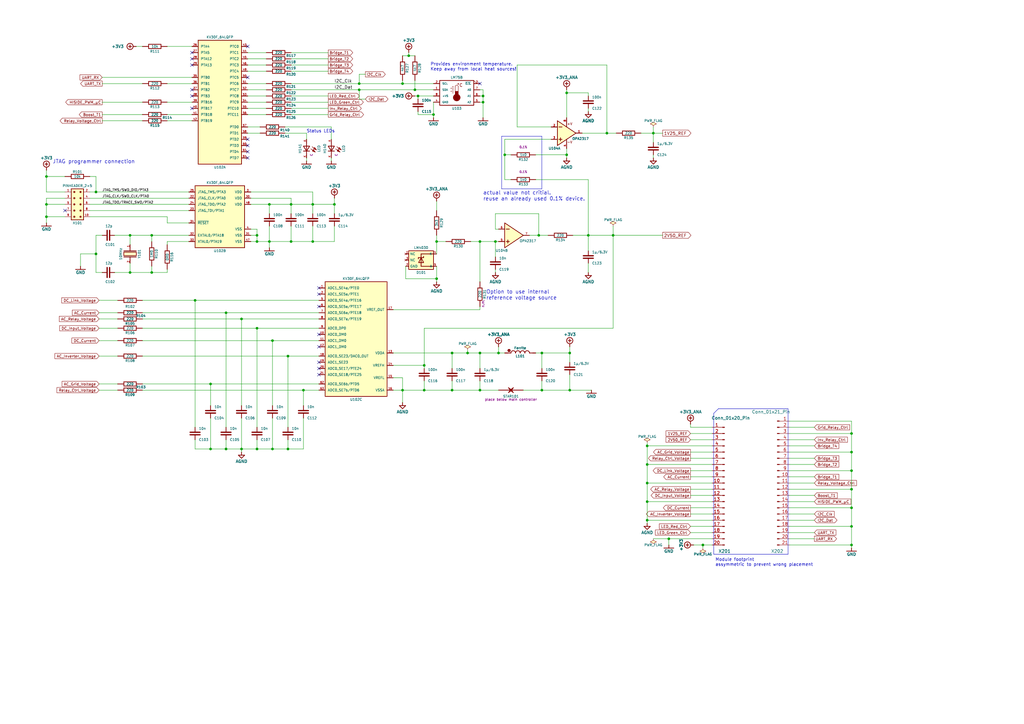
<source format=kicad_sch>
(kicad_sch (version 20230121) (generator eeschema)
  (paper "A3")
  (junction (at 19.05 88.9))
  (junction (at 349.25 208.28))
  (junction (at 171.45 39.37))
  (junction (at 110.49 99.06))
  (junction (at 167.64 22.86))
  (junction (at 111.76 184.15))
  (junction (at 105.41 99.06))
  (junction (at 241.3 96.52))
  (junction (at 232.41 38.1))
  (junction (at 349.25 200.66))
  (junction (at 265.43 213.36))
  (junction (at 179.07 114.3))
  (junction (at 86.36 184.15))
  (junction (at 232.41 63.5))
  (junction (at 349.25 177.8))
  (junction (at 110.49 83.82))
  (junction (at 19.05 72.39))
  (junction (at 105.41 96.52))
  (junction (at 119.38 99.06))
  (junction (at 80.01 123.19))
  (junction (at 220.98 96.52))
  (junction (at 118.11 184.15))
  (junction (at 39.37 104.14))
  (junction (at 196.85 144.78))
  (junction (at 233.68 160.02))
  (junction (at 99.06 130.81))
  (junction (at 191.77 144.78))
  (junction (at 105.41 184.15))
  (junction (at 222.25 160.02))
  (junction (at 118.11 146.05))
  (junction (at 92.71 128.27))
  (junction (at 251.46 96.52))
  (junction (at 62.23 111.76))
  (junction (at 128.27 99.06))
  (junction (at 39.37 78.74))
  (junction (at 222.25 144.78))
  (junction (at 53.34 96.52))
  (junction (at 265.43 182.88))
  (junction (at 198.12 39.37))
  (junction (at 288.29 223.52))
  (junction (at 349.25 215.9))
  (junction (at 99.06 184.15))
  (junction (at 173.99 149.86))
  (junction (at 248.92 54.61))
  (junction (at 177.8 46.99))
  (junction (at 265.43 205.74))
  (junction (at 86.36 157.48))
  (junction (at 124.46 160.02))
  (junction (at 185.42 144.78))
  (junction (at 165.1 34.29))
  (junction (at 349.25 223.52))
  (junction (at 119.38 83.82))
  (junction (at 203.2 99.06))
  (junction (at 92.71 184.15))
  (junction (at 179.07 99.06))
  (junction (at 265.43 190.5))
  (junction (at 105.41 134.62))
  (junction (at 137.16 83.82))
  (junction (at 165.1 160.02))
  (junction (at 62.23 96.52))
  (junction (at 196.85 99.06))
  (junction (at 111.76 139.7))
  (junction (at 173.99 160.02))
  (junction (at 207.01 63.5))
  (junction (at 233.68 144.78))
  (junction (at 274.32 220.98))
  (junction (at 265.43 198.12))
  (junction (at 19.05 83.82))
  (junction (at 185.42 160.02))
  (junction (at 198.12 41.91))
  (junction (at 196.85 160.02))
  (junction (at 128.27 83.82))
  (junction (at 349.25 193.04))
  (junction (at 147.32 34.29))
  (junction (at 267.97 54.61))
  (junction (at 147.32 36.83))
  (junction (at 349.25 185.42))
  (junction (at 53.34 111.76))
  (junction (at 204.47 144.78))
  (junction (at 170.18 36.83))
  (no_connect (at 78.74 36.83))
  (no_connect (at 130.81 151.13))
  (no_connect (at 101.6 57.15))
  (no_connect (at 130.81 142.24))
  (no_connect (at 130.81 153.67))
  (no_connect (at 130.81 120.65))
  (no_connect (at 196.85 34.29))
  (no_connect (at 78.74 21.59))
  (no_connect (at 130.81 125.73))
  (no_connect (at 26.67 86.36))
  (no_connect (at 101.6 62.23))
  (no_connect (at 130.81 118.11))
  (no_connect (at 101.6 59.69))
  (no_connect (at 101.6 19.05))
  (no_connect (at 130.81 137.16))
  (no_connect (at 130.81 148.59))
  (no_connect (at 101.6 31.75))
  (no_connect (at 78.74 26.67))
  (no_connect (at 78.74 24.13))
  (no_connect (at 101.6 64.77))
  (no_connect (at 78.74 44.45))
  (no_connect (at 78.74 39.37))
  (wire (pts (xy 102.87 83.82) (xy 110.49 83.82)))
  (wire (pts (xy 241.3 107.95) (xy 241.3 111.76)))
  (wire (pts (xy 86.36 171.45) (xy 86.36 184.15)))
  (wire (pts (xy 125.73 64.77) (xy 125.73 66.04)))
  (polyline (pts (xy 205.74 77.47) (xy 222.25 77.47)))
  (wire (pts (xy 137.16 99.06) (xy 137.16 92.71)))
  (wire (pts (xy 349.25 177.8) (xy 349.25 185.42)))
  (wire (pts (xy 137.16 83.82) (xy 137.16 87.63)))
  (wire (pts (xy 217.17 96.52) (xy 220.98 96.52)))
  (wire (pts (xy 203.2 111.76) (xy 203.2 110.49)))
  (wire (pts (xy 116.84 52.07) (xy 135.89 52.07)))
  (wire (pts (xy 41.91 41.91) (xy 58.42 41.91)))
  (wire (pts (xy 111.76 184.15) (xy 118.11 184.15)))
  (wire (pts (xy 135.89 64.77) (xy 135.89 66.04)))
  (wire (pts (xy 40.64 128.27) (xy 48.26 128.27)))
  (wire (pts (xy 251.46 96.52) (xy 271.78 96.52)))
  (wire (pts (xy 19.05 72.39) (xy 19.05 69.85)))
  (wire (pts (xy 171.45 39.37) (xy 177.8 39.37)))
  (wire (pts (xy 105.41 93.98) (xy 105.41 96.52)))
  (wire (pts (xy 173.99 134.62) (xy 173.99 149.86)))
  (wire (pts (xy 149.86 30.48) (xy 147.32 30.48)))
  (wire (pts (xy 171.45 45.72) (xy 171.45 46.99)))
  (wire (pts (xy 110.49 99.06) (xy 110.49 101.6)))
  (wire (pts (xy 68.58 91.44) (xy 77.47 91.44)))
  (wire (pts (xy 196.85 99.06) (xy 203.2 99.06)))
  (wire (pts (xy 68.58 41.91) (xy 78.74 41.91)))
  (wire (pts (xy 173.99 160.02) (xy 185.42 160.02)))
  (wire (pts (xy 283.21 173.99) (xy 283.21 175.26)))
  (wire (pts (xy 41.91 96.52) (xy 39.37 96.52)))
  (wire (pts (xy 19.05 81.28) (xy 19.05 83.82)))
  (wire (pts (xy 267.97 220.98) (xy 274.32 220.98)))
  (wire (pts (xy 219.71 144.78) (xy 222.25 144.78)))
  (wire (pts (xy 46.99 96.52) (xy 53.34 96.52)))
  (wire (pts (xy 36.83 72.39) (xy 39.37 72.39)))
  (wire (pts (xy 349.25 215.9) (xy 323.85 215.9)))
  (wire (pts (xy 41.91 46.99) (xy 58.42 46.99)))
  (wire (pts (xy 283.21 210.82) (xy 292.1 210.82)))
  (wire (pts (xy 241.3 96.52) (xy 251.46 96.52)))
  (wire (pts (xy 101.6 26.67) (xy 109.22 26.67)))
  (wire (pts (xy 58.42 139.7) (xy 111.76 139.7)))
  (wire (pts (xy 233.68 160.02) (xy 233.68 153.67)))
  (wire (pts (xy 283.21 180.34) (xy 292.1 180.34)))
  (wire (pts (xy 40.64 146.05) (xy 48.26 146.05)))
  (wire (pts (xy 265.43 205.74) (xy 265.43 213.36)))
  (wire (pts (xy 232.41 60.96) (xy 232.41 63.5)))
  (wire (pts (xy 196.85 144.78) (xy 204.47 144.78)))
  (wire (pts (xy 68.58 111.76) (xy 68.58 110.49)))
  (wire (pts (xy 19.05 88.9) (xy 19.05 91.44)))
  (wire (pts (xy 161.29 144.78) (xy 185.42 144.78)))
  (wire (pts (xy 58.42 134.62) (xy 105.41 134.62)))
  (wire (pts (xy 40.64 134.62) (xy 48.26 134.62)))
  (wire (pts (xy 179.07 109.22) (xy 179.07 114.3)))
  (wire (pts (xy 323.85 190.5) (xy 334.01 190.5)))
  (wire (pts (xy 53.34 96.52) (xy 53.34 100.33)))
  (wire (pts (xy 116.84 54.61) (xy 125.73 54.61)))
  (wire (pts (xy 147.32 36.83) (xy 170.18 36.83)))
  (wire (pts (xy 283.21 175.26) (xy 292.1 175.26)))
  (wire (pts (xy 119.38 44.45) (xy 134.62 44.45)))
  (wire (pts (xy 193.04 99.06) (xy 196.85 99.06)))
  (wire (pts (xy 198.12 39.37) (xy 198.12 36.83)))
  (wire (pts (xy 92.71 128.27) (xy 130.81 128.27)))
  (wire (pts (xy 349.25 223.52) (xy 349.25 224.79)))
  (wire (pts (xy 207.01 63.5) (xy 209.55 63.5)))
  (wire (pts (xy 124.46 160.02) (xy 130.81 160.02)))
  (wire (pts (xy 46.99 111.76) (xy 53.34 111.76)))
  (wire (pts (xy 196.85 99.06) (xy 196.85 115.57)))
  (polyline (pts (xy 222.25 77.47) (xy 222.25 55.88)))
  (wire (pts (xy 105.41 180.34) (xy 105.41 184.15)))
  (wire (pts (xy 118.11 146.05) (xy 130.81 146.05)))
  (polyline (pts (xy 323.215 227.33) (xy 292.735 227.33)))
  (wire (pts (xy 288.29 223.52) (xy 292.1 223.52)))
  (wire (pts (xy 92.71 180.34) (xy 92.71 184.15)))
  (wire (pts (xy 191.77 143.51) (xy 191.77 144.78)))
  (wire (pts (xy 196.85 125.73) (xy 196.85 127)))
  (wire (pts (xy 36.83 88.9) (xy 68.58 88.9)))
  (wire (pts (xy 68.58 88.9) (xy 68.58 91.44)))
  (wire (pts (xy 185.42 160.02) (xy 185.42 156.21)))
  (wire (pts (xy 92.71 184.15) (xy 99.06 184.15)))
  (wire (pts (xy 58.42 123.19) (xy 80.01 123.19)))
  (wire (pts (xy 179.07 114.3) (xy 179.07 115.57)))
  (wire (pts (xy 198.12 41.91) (xy 198.12 39.37)))
  (wire (pts (xy 99.06 171.45) (xy 99.06 184.15)))
  (wire (pts (xy 323.85 213.36) (xy 334.01 213.36)))
  (wire (pts (xy 323.85 210.82) (xy 334.01 210.82)))
  (wire (pts (xy 191.77 144.78) (xy 196.85 144.78)))
  (wire (pts (xy 267.97 58.42) (xy 267.97 54.61)))
  (wire (pts (xy 323.85 205.74) (xy 334.01 205.74)))
  (wire (pts (xy 137.16 81.28) (xy 137.16 83.82)))
  (wire (pts (xy 173.99 149.86) (xy 173.99 151.13)))
  (wire (pts (xy 262.89 54.61) (xy 267.97 54.61)))
  (wire (pts (xy 101.6 24.13) (xy 109.22 24.13)))
  (wire (pts (xy 323.85 223.52) (xy 349.25 223.52)))
  (wire (pts (xy 323.85 182.88) (xy 334.01 182.88)))
  (wire (pts (xy 203.2 105.41) (xy 203.2 99.06)))
  (wire (pts (xy 105.41 175.26) (xy 105.41 134.62)))
  (wire (pts (xy 185.42 144.78) (xy 185.42 151.13)))
  (wire (pts (xy 99.06 184.15) (xy 99.06 185.42)))
  (wire (pts (xy 101.6 44.45) (xy 109.22 44.45)))
  (wire (pts (xy 265.43 213.36) (xy 265.43 214.63)))
  (wire (pts (xy 274.32 223.52) (xy 274.32 220.98)))
  (wire (pts (xy 233.68 142.24) (xy 233.68 144.78)))
  (polyline (pts (xy 205.74 55.88) (xy 205.74 77.47)))
  (wire (pts (xy 147.32 34.29) (xy 165.1 34.29)))
  (wire (pts (xy 105.41 134.62) (xy 130.81 134.62)))
  (polyline (pts (xy 294.64 167.64) (xy 323.215 167.64)))
  (wire (pts (xy 48.26 160.02) (xy 40.64 160.02)))
  (wire (pts (xy 265.43 182.88) (xy 265.43 190.5)))
  (wire (pts (xy 265.43 190.5) (xy 265.43 198.12)))
  (wire (pts (xy 196.85 41.91) (xy 198.12 41.91)))
  (wire (pts (xy 177.8 46.99) (xy 177.8 41.91)))
  (wire (pts (xy 222.25 160.02) (xy 233.68 160.02)))
  (wire (pts (xy 196.85 127) (xy 161.29 127)))
  (wire (pts (xy 323.85 200.66) (xy 349.25 200.66)))
  (wire (pts (xy 207.01 57.15) (xy 207.01 63.5)))
  (wire (pts (xy 323.85 180.34) (xy 334.01 180.34)))
  (wire (pts (xy 26.67 83.82) (xy 19.05 83.82)))
  (wire (pts (xy 173.99 160.02) (xy 173.99 156.21)))
  (wire (pts (xy 128.27 83.82) (xy 128.27 87.63)))
  (wire (pts (xy 323.85 187.96) (xy 334.01 187.96)))
  (wire (pts (xy 119.38 36.83) (xy 147.32 36.83)))
  (wire (pts (xy 179.07 99.06) (xy 179.07 104.14)))
  (wire (pts (xy 204.47 93.98) (xy 203.2 93.98)))
  (wire (pts (xy 171.45 40.64) (xy 171.45 39.37)))
  (wire (pts (xy 177.8 46.99) (xy 177.8 48.26)))
  (wire (pts (xy 99.06 184.15) (xy 105.41 184.15)))
  (wire (pts (xy 234.95 96.52) (xy 241.3 96.52)))
  (wire (pts (xy 323.85 195.58) (xy 334.01 195.58)))
  (polyline (pts (xy 323.215 167.64) (xy 323.215 227.33)))
  (wire (pts (xy 323.85 218.44) (xy 334.01 218.44)))
  (wire (pts (xy 179.07 96.52) (xy 179.07 99.06)))
  (wire (pts (xy 99.06 166.37) (xy 99.06 130.81)))
  (wire (pts (xy 207.01 57.15) (xy 226.06 57.15)))
  (wire (pts (xy 349.25 193.04) (xy 349.25 200.66)))
  (wire (pts (xy 241.3 44.45) (xy 241.3 45.72)))
  (wire (pts (xy 323.85 220.98) (xy 334.01 220.98)))
  (wire (pts (xy 165.1 33.02) (xy 165.1 34.29)))
  (wire (pts (xy 80.01 184.15) (xy 80.01 180.34)))
  (wire (pts (xy 185.42 144.78) (xy 191.77 144.78)))
  (wire (pts (xy 147.32 40.64) (xy 147.32 36.83)))
  (wire (pts (xy 101.6 54.61) (xy 106.68 54.61)))
  (wire (pts (xy 36.83 78.74) (xy 39.37 78.74)))
  (wire (pts (xy 39.37 104.14) (xy 39.37 111.76)))
  (wire (pts (xy 349.25 215.9) (xy 349.25 223.52)))
  (wire (pts (xy 62.23 111.76) (xy 68.58 111.76)))
  (wire (pts (xy 283.21 203.2) (xy 292.1 203.2)))
  (wire (pts (xy 111.76 139.7) (xy 130.81 139.7)))
  (wire (pts (xy 124.46 160.02) (xy 124.46 166.37)))
  (wire (pts (xy 86.36 166.37) (xy 86.36 157.48)))
  (wire (pts (xy 119.38 21.59) (xy 134.62 21.59)))
  (wire (pts (xy 39.37 78.74) (xy 77.47 78.74)))
  (wire (pts (xy 196.85 151.13) (xy 196.85 144.78)))
  (wire (pts (xy 204.47 142.24) (xy 204.47 144.78)))
  (wire (pts (xy 68.58 49.53) (xy 78.74 49.53)))
  (wire (pts (xy 26.67 81.28) (xy 19.05 81.28)))
  (wire (pts (xy 125.73 54.61) (xy 125.73 57.15)))
  (wire (pts (xy 292.1 182.88) (xy 265.43 182.88)))
  (wire (pts (xy 102.87 93.98) (xy 105.41 93.98)))
  (wire (pts (xy 233.68 144.78) (xy 233.68 148.59)))
  (wire (pts (xy 118.11 175.26) (xy 118.11 146.05)))
  (wire (pts (xy 212.09 26.67) (xy 248.92 26.67)))
  (wire (pts (xy 232.41 36.83) (xy 232.41 38.1)))
  (wire (pts (xy 219.71 73.66) (xy 241.3 73.66)))
  (wire (pts (xy 26.67 88.9) (xy 19.05 88.9)))
  (wire (pts (xy 283.21 193.04) (xy 292.1 193.04)))
  (wire (pts (xy 110.49 92.71) (xy 110.49 99.06)))
  (wire (pts (xy 232.41 63.5) (xy 232.41 64.77)))
  (wire (pts (xy 283.21 195.58) (xy 292.1 195.58)))
  (wire (pts (xy 119.38 24.13) (xy 134.62 24.13)))
  (wire (pts (xy 68.58 46.99) (xy 78.74 46.99)))
  (wire (pts (xy 196.85 39.37) (xy 198.12 39.37)))
  (wire (pts (xy 265.43 198.12) (xy 292.1 198.12)))
  (wire (pts (xy 19.05 78.74) (xy 19.05 72.39)))
  (wire (pts (xy 105.41 99.06) (xy 110.49 99.06)))
  (wire (pts (xy 323.85 175.26) (xy 334.01 175.26)))
  (wire (pts (xy 283.21 185.42) (xy 292.1 185.42)))
  (wire (pts (xy 241.3 38.1) (xy 232.41 38.1)))
  (wire (pts (xy 68.58 99.06) (xy 68.58 100.33)))
  (wire (pts (xy 241.3 73.66) (xy 241.3 96.52)))
  (wire (pts (xy 203.2 93.98) (xy 203.2 87.63)))
  (wire (pts (xy 207.01 63.5) (xy 207.01 73.66)))
  (wire (pts (xy 128.27 83.82) (xy 137.16 83.82)))
  (wire (pts (xy 165.1 160.02) (xy 165.1 165.1)))
  (wire (pts (xy 170.18 36.83) (xy 177.8 36.83)))
  (wire (pts (xy 283.21 218.44) (xy 292.1 218.44)))
  (wire (pts (xy 161.29 149.86) (xy 173.99 149.86)))
  (wire (pts (xy 267.97 54.61) (xy 271.78 54.61)))
  (wire (pts (xy 119.38 99.06) (xy 128.27 99.06)))
  (wire (pts (xy 267.97 64.77) (xy 267.97 63.5)))
  (wire (pts (xy 53.34 107.95) (xy 53.34 111.76)))
  (wire (pts (xy 119.38 34.29) (xy 147.32 34.29)))
  (wire (pts (xy 170.18 39.37) (xy 171.45 39.37)))
  (wire (pts (xy 80.01 175.26) (xy 80.01 123.19)))
  (wire (pts (xy 288.29 223.52) (xy 288.29 224.79)))
  (wire (pts (xy 251.46 96.52) (xy 251.46 134.62)))
  (wire (pts (xy 233.68 160.02) (xy 242.57 160.02)))
  (wire (pts (xy 323.85 193.04) (xy 349.25 193.04)))
  (wire (pts (xy 241.3 39.37) (xy 241.3 38.1)))
  (wire (pts (xy 179.07 114.3) (xy 166.37 114.3)))
  (wire (pts (xy 267.97 52.07) (xy 267.97 54.61)))
  (wire (pts (xy 62.23 109.22) (xy 62.23 111.76)))
  (wire (pts (xy 77.47 83.82) (xy 36.83 83.82)))
  (wire (pts (xy 77.47 99.06) (xy 68.58 99.06)))
  (wire (pts (xy 53.34 96.52) (xy 62.23 96.52)))
  (wire (pts (xy 119.38 83.82) (xy 119.38 87.63)))
  (wire (pts (xy 101.6 46.99) (xy 109.22 46.99)))
  (wire (pts (xy 179.07 99.06) (xy 182.88 99.06)))
  (wire (pts (xy 102.87 81.28) (xy 119.38 81.28)))
  (wire (pts (xy 222.25 144.78) (xy 222.25 151.13)))
  (wire (pts (xy 167.64 22.86) (xy 167.64 21.59)))
  (wire (pts (xy 232.41 38.1) (xy 232.41 48.26)))
  (wire (pts (xy 68.58 34.29) (xy 78.74 34.29)))
  (wire (pts (xy 111.76 166.37) (xy 111.76 139.7)))
  (wire (pts (xy 349.25 172.72) (xy 349.25 177.8)))
  (wire (pts (xy 265.43 205.74) (xy 292.1 205.74)))
  (wire (pts (xy 86.36 184.15) (xy 92.71 184.15)))
  (wire (pts (xy 92.71 175.26) (xy 92.71 128.27)))
  (wire (pts (xy 349.25 185.42) (xy 349.25 193.04)))
  (wire (pts (xy 349.25 208.28) (xy 349.25 215.9)))
  (wire (pts (xy 149.86 40.64) (xy 147.32 40.64)))
  (wire (pts (xy 128.27 99.06) (xy 128.27 92.71)))
  (wire (pts (xy 323.85 198.12) (xy 334.01 198.12)))
  (wire (pts (xy 128.27 78.74) (xy 102.87 78.74)))
  (wire (pts (xy 102.87 99.06) (xy 105.41 99.06)))
  (wire (pts (xy 119.38 41.91) (xy 134.62 41.91)))
  (wire (pts (xy 323.85 172.72) (xy 349.25 172.72)))
  (wire (pts (xy 101.6 36.83) (xy 109.22 36.83)))
  (wire (pts (xy 111.76 171.45) (xy 111.76 184.15)))
  (wire (pts (xy 323.85 185.42) (xy 349.25 185.42)))
  (polyline (pts (xy 222.25 55.88) (xy 205.74 55.88)))
  (wire (pts (xy 248.92 54.61) (xy 252.73 54.61)))
  (wire (pts (xy 58.42 157.48) (xy 86.36 157.48)))
  (wire (pts (xy 204.47 144.78) (xy 207.01 144.78)))
  (wire (pts (xy 251.46 92.71) (xy 251.46 96.52)))
  (wire (pts (xy 284.48 223.52) (xy 288.29 223.52)))
  (wire (pts (xy 147.32 30.48) (xy 147.32 34.29)))
  (wire (pts (xy 323.85 208.28) (xy 349.25 208.28)))
  (wire (pts (xy 323.85 203.2) (xy 334.01 203.2)))
  (wire (pts (xy 110.49 83.82) (xy 110.49 87.63)))
  (wire (pts (xy 207.01 73.66) (xy 209.55 73.66)))
  (wire (pts (xy 119.38 99.06) (xy 119.38 92.71)))
  (wire (pts (xy 214.63 160.02) (xy 222.25 160.02)))
  (wire (pts (xy 248.92 26.67) (xy 248.92 54.61)))
  (wire (pts (xy 40.64 157.48) (xy 48.26 157.48)))
  (wire (pts (xy 19.05 83.82) (xy 19.05 88.9)))
  (wire (pts (xy 58.42 146.05) (xy 118.11 146.05)))
  (polyline (pts (xy 292.735 169.545) (xy 294.64 167.64)))
  (wire (pts (xy 179.07 82.55) (xy 179.07 86.36)))
  (wire (pts (xy 101.6 39.37) (xy 109.22 39.37)))
  (wire (pts (xy 119.38 26.67) (xy 134.62 26.67)))
  (wire (pts (xy 283.21 187.96) (xy 292.1 187.96)))
  (wire (pts (xy 165.1 160.02) (xy 173.99 160.02)))
  (wire (pts (xy 119.38 83.82) (xy 128.27 83.82)))
  (wire (pts (xy 196.85 160.02) (xy 204.47 160.02)))
  (wire (pts (xy 198.12 48.26) (xy 198.12 41.91)))
  (wire (pts (xy 110.49 83.82) (xy 119.38 83.82)))
  (wire (pts (xy 203.2 99.06) (xy 204.47 99.06)))
  (wire (pts (xy 283.21 208.28) (xy 292.1 208.28)))
  (wire (pts (xy 101.6 29.21) (xy 109.22 29.21)))
  (wire (pts (xy 101.6 21.59) (xy 109.22 21.59)))
  (wire (pts (xy 26.67 78.74) (xy 19.05 78.74)))
  (wire (pts (xy 283.21 200.66) (xy 292.1 200.66)))
  (wire (pts (xy 128.27 78.74) (xy 128.27 83.82)))
  (wire (pts (xy 222.25 160.02) (xy 222.25 156.21)))
  (wire (pts (xy 110.49 99.06) (xy 119.38 99.06)))
  (wire (pts (xy 265.43 190.5) (xy 292.1 190.5)))
  (wire (pts (xy 349.25 200.66) (xy 349.25 208.28)))
  (wire (pts (xy 219.71 63.5) (xy 232.41 63.5)))
  (wire (pts (xy 265.43 198.12) (xy 265.43 205.74)))
  (wire (pts (xy 41.91 49.53) (xy 58.42 49.53)))
  (wire (pts (xy 251.46 134.62) (xy 173.99 134.62)))
  (wire (pts (xy 68.58 19.05) (xy 78.74 19.05)))
  (wire (pts (xy 198.12 36.83) (xy 196.85 36.83)))
  (wire (pts (xy 165.1 34.29) (xy 177.8 34.29)))
  (wire (pts (xy 220.98 96.52) (xy 224.79 96.52)))
  (wire (pts (xy 86.36 157.48) (xy 130.81 157.48)))
  (polyline (pts (xy 292.735 169.545) (xy 292.735 227.33)))
  (wire (pts (xy 119.38 29.21) (xy 134.62 29.21)))
  (wire (pts (xy 19.05 72.39) (xy 26.67 72.39)))
  (wire (pts (xy 118.11 184.15) (xy 118.11 180.34)))
  (wire (pts (xy 39.37 111.76) (xy 41.91 111.76)))
  (wire (pts (xy 58.42 160.02) (xy 124.46 160.02)))
  (wire (pts (xy 161.29 160.02) (xy 165.1 160.02)))
  (wire (pts (xy 185.42 160.02) (xy 196.85 160.02)))
  (wire (pts (xy 170.18 33.02) (xy 170.18 36.83)))
  (wire (pts (xy 41.91 34.29) (xy 58.42 34.29)))
  (wire (pts (xy 118.11 184.15) (xy 124.46 184.15)))
  (wire (pts (xy 102.87 96.52) (xy 105.41 96.52)))
  (wire (pts (xy 166.37 114.3) (xy 166.37 109.22)))
  (wire (pts (xy 226.06 52.07) (xy 212.09 52.07)))
  (wire (pts (xy 36.83 86.36) (xy 77.47 86.36)))
  (wire (pts (xy 105.41 96.52) (xy 105.41 99.06)))
  (wire (pts (xy 119.38 81.28) (xy 119.38 83.82)))
  (wire (pts (xy 119.38 46.99) (xy 134.62 46.99)))
  (wire (pts (xy 58.42 130.81) (xy 99.06 130.81)))
  (wire (pts (xy 241.3 96.52) (xy 241.3 102.87)))
  (wire (pts (xy 196.85 160.02) (xy 196.85 156.21)))
  (wire (pts (xy 40.64 130.81) (xy 48.26 130.81)))
  (wire (pts (xy 167.64 22.86) (xy 165.1 22.86)))
  (wire (pts (xy 135.89 52.07) (xy 135.89 57.15)))
  (wire (pts (xy 171.45 46.99) (xy 177.8 46.99)))
  (wire (pts (xy 36.83 81.28) (xy 77.47 81.28)))
  (wire (pts (xy 33.02 109.22) (xy 33.02 104.14)))
  (wire (pts (xy 265.43 213.36) (xy 292.1 213.36)))
  (wire (pts (xy 203.2 87.63) (xy 220.98 87.63)))
  (wire (pts (xy 99.06 130.81) (xy 130.81 130.81)))
  (wire (pts (xy 62.23 96.52) (xy 77.47 96.52)))
  (wire (pts (xy 161.29 154.94) (xy 165.1 154.94)))
  (wire (pts (xy 80.01 184.15) (xy 86.36 184.15)))
  (wire (pts (xy 323.85 177.8) (xy 349.25 177.8)))
  (wire (pts (xy 39.37 96.52) (xy 39.37 104.14)))
  (wire (pts (xy 274.32 220.98) (xy 292.1 220.98)))
  (wire (pts (xy 101.6 41.91) (xy 109.22 41.91)))
  (wire (pts (xy 124.46 184.15) (xy 124.46 171.45)))
  (wire (pts (xy 101.6 34.29) (xy 109.22 34.29)))
  (wire (pts (xy 33.02 104.14) (xy 39.37 104.14)))
  (wire (pts (xy 40.64 139.7) (xy 48.26 139.7)))
  (wire (pts (xy 170.18 22.86) (xy 167.64 22.86)))
  (wire (pts (xy 55.88 19.05) (xy 58.42 19.05)))
  (wire (pts (xy 105.41 184.15) (xy 111.76 184.15)))
  (wire (pts (xy 128.27 99.06) (xy 137.16 99.06)))
  (wire (pts (xy 62.23 96.52) (xy 62.23 99.06)))
  (wire (pts (xy 41.91 31.75) (xy 78.74 31.75)))
  (wire (pts (xy 80.01 123.19) (xy 130.81 123.19)))
  (wire (pts (xy 283.21 177.8) (xy 292.1 177.8)))
  (wire (pts (xy 58.42 128.27) (xy 92.71 128.27)))
  (wire (pts (xy 222.25 144.78) (xy 233.68 144.78)))
  (wire (pts (xy 283.21 215.9) (xy 292.1 215.9)))
  (wire (pts (xy 220.98 87.63) (xy 220.98 96.52)))
  (polyline (pts (xy 294.64 167.64) (xy 294.64 167.64)))
  (wire (pts (xy 119.38 39.37) (xy 134.62 39.37)))
  (wire (pts (xy 212.09 52.07) (xy 212.09 26.67)))
  (wire (pts (xy 165.1 154.94) (xy 165.1 160.02)))
  (wire (pts (xy 39.37 72.39) (xy 39.37 78.74)))
  (wire (pts (xy 265.43 181.61) (xy 265.43 182.88)))
  (wire (pts (xy 40.64 123.19) (xy 48.26 123.19)))
  (wire (pts (xy 238.76 54.61) (xy 248.92 54.61)))
  (wire (pts (xy 53.34 111.76) (xy 62.23 111.76)))
  (wire (pts (xy 101.6 52.07) (xy 106.68 52.07)))
  (text "JTAG programmer connection" (at 21.59 67.31 0) (effects (font (size 1.524 1.524)) (justify left bottom)))
  (text "Provides environment temperature.\nKeep away from local heat sources!" (at 176.53 29.21 0) (effects (font (size 1.27 1.27)) (justify left bottom)))
  (text "Option to use internal\nreference voltage source" (at 199.39 123.19 0) (effects (font (size 1.524 1.524)) (justify left bottom)))
  (text "Module footprint\nassymmetric to prevent wrong placement\n" (at 293.37 232.41 0) (effects (font (size 1.27 1.27)) (justify left bottom)))
  (text "Status LEDs" (at 125.73 54.61 0) (effects (font (size 1.27 1.27)) (justify left bottom)))
  (text "actual value not critial.\nreuse an already used 0.1 % device." (at 198.12 82.55 0) (effects (font (size 1.524 1.524)) (justify left bottom)))
  (label "JTAG_TMS{slash}SWD_DIO{slash}PTA3" (at 41.91 78.74 0) (effects (font (size 0.9906 0.9906))))
  (label "I2C_Dat" (at 137.16 36.83 0))
  (label "JTAG_TDO{slash}TRACE_SWO{slash}PTA2" (at 41.91 83.82 0) (effects (font (size 0.9906 0.9906))))
  (label "I2C_Clk" (at 137.16 34.29 0))
  (label "JTAG_CLK{slash}SWD_CLK{slash}PTA0" (at 41.91 81.28 0) (effects (font (size 0.9906 0.9906))))
  (global_label "UART_TX" (shape output) (at 41.91 34.29 180) (effects (font (size 1.1 1.1))) (property "Intersheetrefs" "${INTERSHEET_REFS}" (effects hide)))
  (global_label "DC_Input_Voltage" (shape output) (at 283.21 203.2 180) (effects (font (size 1.1 1.1))) (property "Intersheetrefs" "${INTERSHEET_REFS}" (effects hide)))
  (global_label "Grid_Relay_Ctrl" (shape output) (at 134.62 46.99 0) (effects (font (size 1.1 1.1))) (property "Intersheetrefs" "${INTERSHEET_REFS}" (effects hide)))
  (global_label "AC_Grid_Voltage" (shape output) (at 283.21 185.42 180) (effects (font (size 1.1 1.1))) (property "Intersheetrefs" "${INTERSHEET_REFS}" (effects hide)))
  (global_label "Bridge_T1" (shape output) (at 134.62 21.59 0) (effects (font (size 1.1 1.1))) (property "Intersheetrefs" "${INTERSHEET_REFS}" (effects hide)))
  (global_label "Bridge_T4" (shape output) (at 134.62 29.21 0) (effects (font (size 1.1 1.1))) (property "Intersheetrefs" "${INTERSHEET_REFS}" (effects hide)))
  (global_label "Relay_Voltage_Ctrl" (shape input) (at 334.01 198.12 0) (effects (font (size 1.1 1.1))) (property "Intersheetrefs" "${INTERSHEET_REFS}" (effects hide)))
  (global_label "I2C_Dat" (shape bidirectional) (at 334.01 213.36 0) (effects (font (size 1.1 1.1))) (property "Intersheetrefs" "${INTERSHEET_REFS}" (effects hide)))
  (global_label "LED_Red_Ctrl" (shape input) (at 283.21 215.9 180) (effects (font (size 1.1 1.1))) (property "Intersheetrefs" "${INTERSHEET_REFS}" (effects hide)))
  (global_label "UART_RX" (shape output) (at 334.01 220.98 0) (effects (font (size 1.1 1.1))) (property "Intersheetrefs" "${INTERSHEET_REFS}" (effects hide)))
  (global_label "Bridge_T2" (shape input) (at 334.01 190.5 0) (effects (font (size 1.1 1.1))) (property "Intersheetrefs" "${INTERSHEET_REFS}" (effects hide)))
  (global_label "DC_Current" (shape input) (at 40.64 139.7 180) (effects (font (size 1.1 1.1))) (property "Intersheetrefs" "${INTERSHEET_REFS}" (effects hide)))
  (global_label "AC_Relay_Voltage" (shape input) (at 40.64 130.81 180) (effects (font (size 1.1 1.1))) (property "Intersheetrefs" "${INTERSHEET_REFS}" (effects hide)))
  (global_label "Inv_Relay_Ctrl" (shape input) (at 334.01 180.34 0) (effects (font (size 1.1 1.1))) (property "Intersheetrefs" "${INTERSHEET_REFS}" (effects hide)))
  (global_label "I2C_Dat" (shape bidirectional) (at 149.86 40.64 0) (effects (font (size 1.1 1.1))) (property "Intersheetrefs" "${INTERSHEET_REFS}" (effects hide)))
  (global_label "DC_Input_Voltage" (shape input) (at 40.64 134.62 180) (effects (font (size 1.1 1.1))) (property "Intersheetrefs" "${INTERSHEET_REFS}" (effects hide)))
  (global_label "Bridge_T3" (shape output) (at 134.62 26.67 0) (effects (font (size 1.1 1.1))) (property "Intersheetrefs" "${INTERSHEET_REFS}" (effects hide)))
  (global_label "2V50_REF" (shape input) (at 283.21 180.34 180) (effects (font (size 1.1 1.1))) (property "Intersheetrefs" "${INTERSHEET_REFS}" (effects hide)))
  (global_label "HISIDE_PWM_µC" (shape input) (at 334.01 205.74 0) (effects (font (size 1.1 1.1))) (property "Intersheetrefs" "${INTERSHEET_REFS}" (effects hide)))
  (global_label "Inv_Relay_Ctrl" (shape output) (at 134.62 44.45 0) (effects (font (size 1.1 1.1))) (property "Intersheetrefs" "${INTERSHEET_REFS}" (effects hide)))
  (global_label "Boost_T1" (shape output) (at 41.91 46.99 180) (effects (font (size 1.1 1.1))) (property "Intersheetrefs" "${INTERSHEET_REFS}" (effects hide)))
  (global_label "UART_TX" (shape input) (at 334.01 218.44 0) (effects (font (size 1.1 1.1))) (property "Intersheetrefs" "${INTERSHEET_REFS}" (effects hide)))
  (global_label "2V50_REF" (shape output) (at 271.78 96.52 0) (property "Intersheetrefs" "${INTERSHEET_REFS}" (effects hide)))
  (global_label "Bridge_T3" (shape input) (at 334.01 187.96 0) (effects (font (size 1.1 1.1))) (property "Intersheetrefs" "${INTERSHEET_REFS}" (effects hide)))
  (global_label "Bridge_T1" (shape input) (at 334.01 195.58 0) (effects (font (size 1.1 1.1))) (property "Intersheetrefs" "${INTERSHEET_REFS}" (effects hide)))
  (global_label "LED_Red_Ctrl" (shape output) (at 134.62 39.37 0) (effects (font (size 1.1 1.1))) (property "Intersheetrefs" "${INTERSHEET_REFS}" (effects hide)))
  (global_label "Boost_T1" (shape input) (at 334.01 203.2 0) (effects (font (size 1.1 1.1))) (property "Intersheetrefs" "${INTERSHEET_REFS}" (effects hide)))
  (global_label "LED_Green_Ctrl" (shape input) (at 283.21 218.44 180) (effects (font (size 1.1 1.1))) (property "Intersheetrefs" "${INTERSHEET_REFS}" (effects hide)))
  (global_label "DC_Current" (shape output) (at 283.21 208.28 180) (effects (font (size 1.1 1.1))) (property "Intersheetrefs" "${INTERSHEET_REFS}" (effects hide)))
  (global_label "Grid_Relay_Ctrl" (shape input) (at 334.01 175.26 0) (effects (font (size 1.1 1.1))) (property "Intersheetrefs" "${INTERSHEET_REFS}" (effects hide)))
  (global_label "UART_RX" (shape input) (at 41.91 31.75 180) (effects (font (size 1.1 1.1))) (property "Intersheetrefs" "${INTERSHEET_REFS}" (effects hide)))
  (global_label "1V25_REF" (shape output) (at 271.78 54.61 0) (property "Intersheetrefs" "${INTERSHEET_REFS}" (effects hide)))
  (global_label "AC_Relay_Voltage" (shape output) (at 283.21 200.66 180) (effects (font (size 1.1 1.1))) (property "Intersheetrefs" "${INTERSHEET_REFS}" (effects hide)))
  (global_label "DC_Link_Voltage" (shape output) (at 283.21 193.04 180) (effects (font (size 1.1 1.1))) (property "Intersheetrefs" "${INTERSHEET_REFS}" (effects hide)))
  (global_label "Bridge_T4" (shape input) (at 334.01 182.88 0) (effects (font (size 1.1 1.1))) (property "Intersheetrefs" "${INTERSHEET_REFS}" (effects hide)))
  (global_label "AC_Grid_Voltage" (shape input) (at 40.64 157.48 180) (effects (font (size 1.1 1.1))) (property "Intersheetrefs" "${INTERSHEET_REFS}" (effects hide)))
  (global_label "DC_Link_Voltage" (shape input) (at 40.64 123.19 180) (effects (font (size 1.1 1.1))) (property "Intersheetrefs" "${INTERSHEET_REFS}" (effects hide)))
  (global_label "HISIDE_PWM_µC" (shape output) (at 41.91 41.91 180) (effects (font (size 1.1 1.1))) (property "Intersheetrefs" "${INTERSHEET_REFS}" (effects hide)))
  (global_label "Relay_Ctrl_Voltage" (shape output) (at 283.21 187.96 180) (effects (font (size 1.1 1.1))) (property "Intersheetrefs" "${INTERSHEET_REFS}" (effects hide)))
  (global_label "AC_Inverter_Voltage" (shape output) (at 283.21 210.82 180) (effects (font (size 1.1 1.1))) (property "Intersheetrefs" "${INTERSHEET_REFS}" (effects hide)))
  (global_label "Bridge_T2" (shape output) (at 134.62 24.13 0) (effects (font (size 1.1 1.1))) (property "Intersheetrefs" "${INTERSHEET_REFS}" (effects hide)))
  (global_label "I2C_Clk" (shape output) (at 149.86 30.48 0) (effects (font (size 1.1 1.1))) (property "Intersheetrefs" "${INTERSHEET_REFS}" (effects hide)))
  (global_label "AC_Current" (shape input) (at 40.64 128.27 180) (effects (font (size 1.1 1.1))) (property "Intersheetrefs" "${INTERSHEET_REFS}" (effects hide)))
  (global_label "AC_Inverter_Voltage" (shape input) (at 40.64 146.05 180) (effects (font (size 1.1 1.1))) (property "Intersheetrefs" "${INTERSHEET_REFS}" (effects hide)))
  (global_label "1V25_REF" (shape input) (at 283.21 177.8 180) (effects (font (size 1.1 1.1))) (property "Intersheetrefs" "${INTERSHEET_REFS}" (effects hide)))
  (global_label "Relay_Voltage_Ctrl" (shape output) (at 41.91 49.53 180) (effects (font (size 1.1 1.1))) (property "Intersheetrefs" "${INTERSHEET_REFS}" (effects hide)))
  (global_label "LED_Green_Ctrl" (shape output) (at 134.62 41.91 0) (effects (font (size 1.1 1.1))) (property "Intersheetrefs" "${INTERSHEET_REFS}" (effects hide)))
  (global_label "AC_Current" (shape output) (at 283.21 195.58 180) (effects (font (size 1.1 1.1))) (property "Intersheetrefs" "${INTERSHEET_REFS}" (effects hide)))
  (global_label "I2C_Clk" (shape input) (at 334.01 210.82 0) (effects (font (size 1.1 1.1))) (property "Intersheetrefs" "${INTERSHEET_REFS}" (effects hide)))
  (global_label "Relay_Ctrl_Voltage" (shape input) (at 40.64 160.02 180) (effects (font (size 1.1 1.1))) (property "Intersheetrefs" "${INTERSHEET_REFS}" (effects hide)))
  (symbol (lib_id "OSSI_standard_components:+3V3_ANA") (at 179.07 82.55 0) (unit 1)
    (property "Reference" "#+3V3_ANA0101" (effects hide))
    (property "Value" "+3V3_ANA" (at 179.07 77.47 0) (effects (font (size 1.1938 1.1938) bold)))
  )
  (symbol (lib_id "OSSI_standard_components:Capacitor") (at 171.45 43.18 0) (unit 1)
    (property "Reference" "C115" (at 172.974 45.72 0) (effects (font (size 0.9906 0.9906)) (justify left)))
    (property "Value" "100n" (at 172.974 41.148 0) (effects (font (size 0.9906 0.9906)) (justify left)))
    (property "Footprint" "OSSI_standard_footprints:0603_W" (effects hide))
    (property "Tolerance" "%" (effects hide))
    (property "Manufacturer" "M" (effects hide))
    (property "Partnumber" "P" (effects hide))
    (property "Supplier" "S" (effects hide))
    (property "Order No." "O.No." (effects hide))
  )
  (symbol (lib_id "OSSI_standard_components:LED") (at 125.73 60.96 270) (unit 1)
    (property "Reference" "H141" (at 123.063 60.96 0) (effects (font (size 0.9906 0.9906))))
    (property "Value" "LED" (at 130.81 60.96 0) (effects (font (size 0.9906 0.9906))))
    (property "Footprint" "OSSI_standard_footprints:0603_W_LED" (effects hide))
    (property "Color" "C" (at 127.762 62.992 0) (effects (font (size 0.889 0.889)) (justify left)))
    (property "Manufacturer" "M" (effects hide))
    (property "Partnumber" "P" (effects hide))
    (property "Supplier" "S" (effects hide))
    (property "Order No." "O.No." (effects hide))
  )
  (symbol (lib_id "OSSI_standard_components:AGND") (at 265.43 214.63 0) (unit 1)
    (property "Reference" "#AGND0109" (effects hide))
    (property "Value" "AGND" (at 265.43 218.44 0) (effects (font (size 1.1938 1.1938) bold)))
  )
  (symbol (lib_id "OSSI_standard_components:Capacitor") (at 111.76 168.91 0) (unit 1)
    (property "Reference" "C109" (at 113.284 171.45 0) (effects (font (size 0.9906 0.9906)) (justify left)))
    (property "Value" "10n" (at 113.284 166.878 0) (effects (font (size 0.9906 0.9906)) (justify left)))
    (property "Footprint" "OSSI_standard_footprints:0603_W" (effects hide))
    (property "Tolerance" "%" (effects hide))
    (property "Manufacturer" "M" (effects hide))
    (property "Partnumber" "P" (effects hide))
    (property "Supplier" "S" (effects hide))
    (property "Order No." "O.No." (effects hide))
  )
  (symbol (lib_id "OSSI_standard_components:Resistor") (at 62.23 104.14 90) (mirror x) (unit 1)
    (property "Reference" "R110" (at 64.135 104.14 0) (effects (font (size 0.9906 0.9906))))
    (property "Value" "1M0" (at 62.23 104.14 0) (effects (font (size 0.9906 0.9906))))
    (property "Footprint" "OSSI_standard_footprints:0603_W" (effects hide))
    (property "Tolerance" "%" (effects hide))
    (property "Manufacturer" "M" (effects hide))
    (property "Partnumber" "P" (effects hide))
    (property "Supplier" "S" (effects hide))
    (property "Order No." "O.No." (effects hide))
  )
  (symbol (lib_id "OSSI_standard_components:PWR_FLAG") (at 265.43 181.61 0) (unit 1)
    (property "Reference" "#FLG0106" (effects hide))
    (property "Value" "PWR_FLAG" (at 265.43 179.07 0) (effects (font (size 0.9906 0.9906))))
  )
  (symbol (lib_id "OSSI_standard_components:+3V3") (at 137.16 81.28 0) (unit 1)
    (property "Reference" "#+3V0103" (effects hide))
    (property "Value" "+3V3" (at 137.16 76.2 0) (effects (font (size 1.1938 1.1938) bold)))
  )
  (symbol (lib_id "OSSI_standard_components:GND") (at 110.49 101.6 0) (unit 1)
    (property "Reference" "#GND0103" (effects hide))
    (property "Value" "GND" (at 110.49 104.14 0) (effects (font (size 1.1938 1.1938) bold)))
  )
  (symbol (lib_id "OSSI_standard_components:Resistor") (at 111.76 52.07 0) (unit 1)
    (property "Reference" "R140" (at 116.84 53.34 0) (effects (font (size 0.9906 0.9906))))
    (property "Value" "220" (at 111.76 52.07 0) (effects (font (size 0.9906 0.9906))))
    (property "Footprint" "OSSI_standard_footprints:0603_W" (effects hide))
    (property "Tolerance" "%" (effects hide))
    (property "Manufacturer" "M" (effects hide))
    (property "Partnumber" "P" (effects hide))
    (property "Supplier" "S" (effects hide))
    (property "Order No." "O.No." (effects hide))
  )
  (symbol (lib_id "OSSI_standard_components:Capacitor") (at 222.25 153.67 0) (unit 1)
    (property "Reference" "C120" (at 223.774 156.21 0) (effects (font (size 0.9906 0.9906)) (justify left)))
    (property "Value" "100n" (at 223.774 151.638 0) (effects (font (size 0.9906 0.9906)) (justify left)))
    (property "Footprint" "OSSI_standard_footprints:0603_W" (effects hide))
    (property "Tolerance" "%" (effects hide))
    (property "Manufacturer" "M" (effects hide))
    (property "Partnumber" "P" (effects hide))
    (property "Supplier" "S" (effects hide))
    (property "Order No." "O.No." (effects hide))
  )
  (symbol (lib_id "OSSI_standard_components:Resistor") (at 53.34 139.7 0) (unit 1)
    (property "Reference" "R107" (at 53.34 141.605 0) (effects (font (size 0.9906 0.9906))))
    (property "Value" "220" (at 53.34 139.7 0) (effects (font (size 0.9906 0.9906))))
    (property "Footprint" "OSSI_standard_footprints:0603_W" (effects hide))
    (property "Tolerance" "%" (effects hide))
    (property "Manufacturer" "M" (effects hide))
    (property "Partnumber" "P" (effects hide))
    (property "Supplier" "S" (effects hide))
    (property "Order No." "O.No." (effects hide))
  )
  (symbol (lib_id "OSSI_standard_components:GND") (at 135.89 66.04 0) (unit 1)
    (property "Reference" "#GND0108" (effects hide))
    (property "Value" "GND" (at 135.89 68.58 0) (effects (font (size 1.1938 1.1938) bold)))
  )
  (symbol (lib_id "OSSI_standard_components:DUAL_OPAMP") (at 209.55 96.52 0) (unit 2)
    (property "Reference" "U104" (at 208.28 102.743 0) (effects (font (size 0.9906 0.9906)) (justify right)))
    (property "Value" "OPA2317" (at 213.106 98.806 0) (effects (font (size 0.9906 0.9906)) (justify left)))
    (property "Footprint" "OSSI_standard_footprints:SOIC8" (effects hide))
    (property "Manufacturer" "M" (effects hide))
    (property "Partnumber" "P" (effects hide))
    (property "Supplier" "S" (effects hide))
    (property "Order No." "O.No." (effects hide))
  )
  (symbol (lib_id "OSSI_standard_components:Resistor") (at 114.3 24.13 0) (unit 1)
    (property "Reference" "R118" (at 119.38 25.4 0) (effects (font (size 0.9906 0.9906))))
    (property "Value" "220" (at 114.3 24.13 0) (effects (font (size 0.9906 0.9906))))
    (property "Footprint" "OSSI_standard_footprints:0603_W" (effects hide))
    (property "Tolerance" "%" (effects hide))
    (property "Manufacturer" "M" (effects hide))
    (property "Partnumber" "P" (effects hide))
    (property "Supplier" "S" (effects hide))
    (property "Order No." "O.No." (effects hide))
  )
  (symbol (lib_id "OSSI_standard_components:Resistor") (at 114.3 26.67 0) (unit 1)
    (property "Reference" "R119" (at 119.38 27.94 0) (effects (font (size 0.9906 0.9906))))
    (property "Value" "220" (at 114.3 26.67 0) (effects (font (size 0.9906 0.9906))))
    (property "Footprint" "OSSI_standard_footprints:0603_W" (effects hide))
    (property "Tolerance" "%" (effects hide))
    (property "Manufacturer" "M" (effects hide))
    (property "Partnumber" "P" (effects hide))
    (property "Supplier" "S" (effects hide))
    (property "Order No." "O.No." (effects hide))
  )
  (symbol (lib_id "OSSI_standard_components:AGND") (at 179.07 115.57 0) (unit 1)
    (property "Reference" "#AGND0103" (effects hide))
    (property "Value" "AGND" (at 179.07 119.38 0) (effects (font (size 1.1938 1.1938) bold)))
  )
  (symbol (lib_id "OSSI_standard_components:Capacitor") (at 124.46 168.91 0) (unit 1)
    (property "Reference" "C112" (at 125.984 171.45 0) (effects (font (size 0.9906 0.9906)) (justify left)))
    (property "Value" "10n" (at 125.984 166.878 0) (effects (font (size 0.9906 0.9906)) (justify left)))
    (property "Footprint" "OSSI_standard_footprints:0603_W" (effects hide))
    (property "Tolerance" "%" (effects hide))
    (property "Manufacturer" "M" (effects hide))
    (property "Partnumber" "P" (effects hide))
    (property "Supplier" "S" (effects hide))
    (property "Order No." "O.No." (effects hide))
  )
  (symbol (lib_id "OSSI_standard_components:Capacitor") (at 110.49 90.17 0) (unit 1)
    (property "Reference" "C108" (at 112.014 92.71 0) (effects (font (size 0.9906 0.9906)) (justify left)))
    (property "Value" "100n" (at 112.014 88.138 0) (effects (font (size 0.9906 0.9906)) (justify left)))
    (property "Footprint" "OSSI_standard_footprints:0603_W" (effects hide))
    (property "Tolerance" "%" (effects hide))
    (property "Manufacturer" "M" (effects hide))
    (property "Partnumber" "P" (effects hide))
    (property "Supplier" "S" (effects hide))
    (property "Order No." "O.No." (effects hide))
  )
  (symbol (lib_id "OSSI_standard_components:Capacitor") (at 44.45 111.76 270) (mirror x) (unit 1)
    (property "Reference" "C102" (at 43.18 115.57 90) (effects (font (size 0.9906 0.9906)) (justify left)))
    (property "Value" "12p" (at 43.18 107.95 90) (effects (font (size 0.9906 0.9906)) (justify left)))
    (property "Footprint" "OSSI_standard_footprints:0603_W" (effects hide))
    (property "Tolerance" "%" (effects hide))
    (property "Manufacturer" "M" (effects hide))
    (property "Partnumber" "P" (effects hide))
    (property "Supplier" "S" (effects hide))
    (property "Order No." "O.No." (effects hide))
  )
  (symbol (lib_id "OSSI_standard_components:Resistor") (at 63.5 34.29 0) (unit 1)
    (property "Reference" "R112" (at 63.5 36.195 0) (effects (font (size 0.9906 0.9906))))
    (property "Value" "220" (at 63.5 34.29 0) (effects (font (size 0.9906 0.9906))))
    (property "Footprint" "OSSI_standard_footprints:0603_W" (effects hide))
    (property "Tolerance" "%" (effects hide))
    (property "Manufacturer" "M" (effects hide))
    (property "Partnumber" "P" (effects hide))
    (property "Supplier" "S" (effects hide))
    (property "Order No." "O.No." (effects hide))
  )
  (symbol (lib_id "OSSI_standard_components:+3V3_ANA") (at 204.47 142.24 0) (unit 1)
    (property "Reference" "#+3V3_ANA0102" (effects hide))
    (property "Value" "+3V3_ANA" (at 204.47 137.16 0) (effects (font (size 1.1938 1.1938) bold)))
  )
  (symbol (lib_id "OSSI_standard_components:GND") (at 125.73 66.04 0) (unit 1)
    (property "Reference" "#GND0107" (effects hide))
    (property "Value" "GND" (at 125.73 68.58 0) (effects (font (size 1.1938 1.1938) bold)))
  )
  (symbol (lib_id "OSSI_standard_components:Capacitor") (at 185.42 153.67 0) (unit 1)
    (property "Reference" "C117" (at 186.944 156.21 0) (effects (font (size 0.9906 0.9906)) (justify left)))
    (property "Value" "100n" (at 186.944 151.638 0) (effects (font (size 0.9906 0.9906)) (justify left)))
    (property "Footprint" "OSSI_standard_footprints:0603_W" (effects hide))
    (property "Tolerance" "%" (effects hide))
    (property "Manufacturer" "M" (effects hide))
    (property "Partnumber" "P" (effects hide))
    (property "Supplier" "S" (effects hide))
    (property "Order No." "O.No." (effects hide))
  )
  (symbol (lib_id "OSSI_standard_components:Capacitor") (at 118.11 177.8 0) (unit 1)
    (property "Reference" "C110" (at 119.634 180.34 0) (effects (font (size 0.9906 0.9906)) (justify left)))
    (property "Value" "10n" (at 119.634 175.768 0) (effects (font (size 0.9906 0.9906)) (justify left)))
    (property "Footprint" "OSSI_standard_footprints:0603_W" (effects hide))
    (property "Tolerance" "%" (effects hide))
    (property "Manufacturer" "M" (effects hide))
    (property "Partnumber" "P" (effects hide))
    (property "Supplier" "S" (effects hide))
    (property "Order No." "O.No." (effects hide))
  )
  (symbol (lib_id "OSSI_standard_components:Capacitor") (at 137.16 90.17 0) (unit 1)
    (property "Reference" "C114" (at 138.684 92.71 0) (effects (font (size 0.9906 0.9906)) (justify left)))
    (property "Value" "1µ/6.3V" (at 138.684 88.138 0) (effects (font (size 0.9906 0.9906)) (justify left)))
    (property "Footprint" "OSSI_standard_footprints:0805_W" (effects hide))
    (property "Tolerance" "%" (effects hide))
    (property "Manufacturer" "M" (effects hide))
    (property "Partnumber" "P" (effects hide))
    (property "Supplier" "S" (effects hide))
    (property "Order No." "O.No." (effects hide))
  )
  (symbol (lib_id "connectors:PINHEADER_2×5") (at 31.75 83.82 0) (unit 1)
    (property "Reference" "X101" (at 31.75 91.44 0) (effects (font (size 0.9906 0.9906))))
    (property "Value" "PINHEADER_2×5" (at 31.75 76.2 0) (effects (font (size 0.9906 0.9906))))
    (property "Footprint" "Connector_PinHeader_2.54mm:PinHeader_2x05_P2.54mm_Vertical" (effects hide))
    (property "Manufacturer" "M" (effects hide))
    (property "Partnumber" "P" (effects hide))
    (property "Supplier" "S" (effects hide))
    (property "Order No." "O.No." (effects hide))
  )
  (symbol (lib_id "OSSI_standard_components:Resistor") (at 53.34 123.19 0) (unit 1)
    (property "Reference" "R102" (at 53.34 125.73 0) (effects (font (size 0.9906 0.9906))))
    (property "Value" "220" (at 53.34 123.19 0) (effects (font (size 0.9906 0.9906))))
    (property "Footprint" "OSSI_standard_footprints:0603_W" (effects hide))
    (property "Tolerance" "%" (effects hide))
    (property "Manufacturer" "M" (effects hide))
    (property "Partnumber" "P" (effects hide))
    (property "Supplier" "S" (effects hide))
    (property "Order No." "O.No." (effects hide))
  )
  (symbol (lib_id "OSSI_standard_components:AGND") (at 165.1 165.1 0) (unit 1)
    (property "Reference" "#AGND0102" (effects hide))
    (property "Value" "AGND" (at 165.1 168.91 0) (effects (font (size 1.1938 1.1938) bold)))
  )
  (symbol (lib_id "OSSI_standard_components:Capacitor") (at 128.27 90.17 0) (unit 1)
    (property "Reference" "C113" (at 129.794 92.71 0) (effects (font (size 0.9906 0.9906)) (justify left)))
    (property "Value" "100n" (at 129.794 88.138 0) (effects (font (size 0.9906 0.9906)) (justify left)))
    (property "Footprint" "OSSI_standard_footprints:0603_W" (effects hide))
    (property "Tolerance" "%" (effects hide))
    (property "Manufacturer" "M" (effects hide))
    (property "Partnumber" "P" (effects hide))
    (property "Supplier" "S" (effects hide))
    (property "Order No." "O.No." (effects hide))
  )
  (symbol (lib_id "OSSI_standard_components:Resistor") (at 114.3 34.29 0) (unit 1)
    (property "Reference" "R121" (at 119.38 35.56 0) (effects (font (size 0.9906 0.9906))))
    (property "Value" "220" (at 114.3 34.29 0) (effects (font (size 0.9906 0.9906))))
    (property "Footprint" "OSSI_standard_footprints:0603_W" (effects hide))
    (property "Tolerance" "%" (effects hide))
    (property "Manufacturer" "M" (effects hide))
    (property "Partnumber" "P" (effects hide))
    (property "Supplier" "S" (effects hide))
    (property "Order No." "O.No." (effects hide))
  )
  (symbol (lib_id "OSSI_standard_components:Capacitor") (at 241.3 105.41 0) (unit 1)
    (property "Reference" "C123" (at 242.824 107.95 0) (effects (font (size 0.9906 0.9906)) (justify left)))
    (property "Value" "1µ/6.3V" (at 242.824 103.378 0) (effects (font (size 0.9906 0.9906)) (justify left)))
    (property "Footprint" "OSSI_standard_footprints:0805_W" (effects hide))
    (property "Tolerance" "%" (effects hide))
    (property "Manufacturer" "M" (effects hide))
    (property "Partnumber" "P" (effects hide))
    (property "Supplier" "S" (effects hide))
    (property "Order No." "O.No." (effects hide))
  )
  (symbol (lib_id "kv30f:KV30F_64LQFP") (at 90.17 41.91 0) (unit 1)
    (property "Reference" "U102" (at 90.17 68.58 0) (effects (font (size 0.9906 0.9906))))
    (property "Value" "KV30F_64LQFP" (at 90.17 15.24 0) (effects (font (size 0.9906 0.9906))))
    (property "Footprint" "OSSI_standard_footprints:LQFP-64_10x10_Pitch0.5mm" (effects hide))
    (property "Manufacturer" "M" (effects hide))
    (property "Partnumber" "P" (effects hide))
    (property "Supplier" "S" (effects hide))
    (property "Order No." "O.No." (effects hide))
  )
  (symbol (lib_id "OSSI_standard_components:Resistor") (at 229.87 96.52 0) (unit 1)
    (property "Reference" "R134" (at 229.87 98.425 0) (effects (font (size 0.9906 0.9906))))
    (property "Value" "220" (at 229.87 96.52 0) (effects (font (size 0.9906 0.9906))))
    (property "Footprint" "OSSI_standard_footprints:0603_W" (effects hide))
    (property "Tolerance" "%" (effects hide))
    (property "Manufacturer" "M" (effects hide))
    (property "Partnumber" "P" (effects hide))
    (property "Supplier" "S" (effects hide))
    (property "Order No." "O.No." (effects hide))
  )
  (symbol (lib_id "OSSI_standard_components:Resistor") (at 257.81 54.61 0) (unit 1)
    (property "Reference" "R135" (at 257.81 56.515 0) (effects (font (size 0.9906 0.9906))))
    (property "Value" "220" (at 257.81 54.61 0) (effects (font (size 0.9906 0.9906))))
    (property "Footprint" "OSSI_standard_footprints:0603_W" (effects hide))
    (property "Tolerance" "%" (effects hide))
    (property "Manufacturer" "M" (effects hide))
    (property "Partnumber" "P" (effects hide))
    (property "Supplier" "S" (effects hide))
    (property "Order No." "O.No." (effects hide))
  )
  (symbol (lib_id "OSSI_standard_components:Capacitor") (at 233.68 151.13 0) (unit 1)
    (property "Reference" "C121" (at 235.204 153.67 0) (effects (font (size 0.9906 0.9906)) (justify left)))
    (property "Value" "1µ/6.3V" (at 235.204 149.098 0) (effects (font (size 0.9906 0.9906)) (justify left)))
    (property "Footprint" "OSSI_standard_footprints:0805_W" (effects hide))
    (property "Tolerance" "%" (effects hide))
    (property "Manufacturer" "M" (effects hide))
    (property "Partnumber" "P" (effects hide))
    (property "Supplier" "S" (effects hide))
    (property "Order No." "O.No." (effects hide))
  )
  (symbol (lib_id "OSSI_standard_components:Capacitor") (at 173.99 153.67 0) (unit 1)
    (property "Reference" "C116" (at 175.514 156.21 0) (effects (font (size 0.9906 0.9906)) (justify left)))
    (property "Value" "100n" (at 175.514 151.638 0) (effects (font (size 0.9906 0.9906)) (justify left)))
    (property "Footprint" "OSSI_standard_footprints:0603_W" (effects hide))
    (property "Tolerance" "%" (effects hide))
    (property "Manufacturer" "M" (effects hide))
    (property "Partnumber" "P" (effects hide))
    (property "Supplier" "S" (effects hide))
    (property "Order No." "O.No." (effects hide))
  )
  (symbol (lib_id "OSSI_standard_components:Resistor") (at 114.3 44.45 0) (unit 1)
    (property "Reference" "R125" (at 119.38 45.72 0) (effects (font (size 0.9906 0.9906))))
    (property "Value" "220" (at 114.3 44.45 0) (effects (font (size 0.9906 0.9906))))
    (property "Footprint" "OSSI_standard_footprints:0603_W" (effects hide))
    (property "Tolerance" "%" (effects hide))
    (property "Manufacturer" "M" (effects hide))
    (property "Partnumber" "P" (effects hide))
    (property "Supplier" "S" (effects hide))
    (property "Order No." "O.No." (effects hide))
  )
  (symbol (lib_id "OSSI_standard_components:+3V3") (at 55.88 19.05 90) (unit 1)
    (property "Reference" "#+3V0102" (effects hide))
    (property "Value" "+3V3" (at 48.26 19.05 90) (effects (font (size 1.1938 1.1938) bold)))
  )
  (symbol (lib_id "OSSI_standard_components:Resistor") (at 214.63 63.5 0) (unit 1)
    (property "Reference" "R132" (at 214.63 65.405 0) (effects (font (size 0.9906 0.9906))))
    (property "Value" "1k0" (at 214.63 63.5 0) (effects (font (size 0.9906 0.9906))))
    (property "Footprint" "OSSI_standard_footprints:0603_W" (effects hide))
    (property "Tolerance" "0.1%" (at 214.63 60.325 0) (effects (font (size 0.889 0.889))))
    (property "Manufacturer" "M" (effects hide))
    (property "Partnumber" "P" (effects hide))
    (property "Supplier" "S" (effects hide))
    (property "Order No." "O.No." (effects hide))
  )
  (symbol (lib_id "OSSI_standard_components:Capacitor") (at 119.38 90.17 0) (unit 1)
    (property "Reference" "C111" (at 120.904 92.71 0) (effects (font (size 0.9906 0.9906)) (justify left)))
    (property "Value" "100n" (at 120.904 88.138 0) (effects (font (size 0.9906 0.9906)) (justify left)))
    (property "Footprint" "OSSI_standard_footprints:0603_W" (effects hide))
    (property "Tolerance" "%" (effects hide))
    (property "Manufacturer" "M" (effects hide))
    (property "Partnumber" "P" (effects hide))
    (property "Supplier" "S" (effects hide))
    (property "Order No." "O.No." (effects hide))
  )
  (symbol (lib_id "OSSI_standard_components:+3V3") (at 233.68 142.24 0) (unit 1)
    (property "Reference" "#+3V0106" (effects hide))
    (property "Value" "+3V3" (at 233.68 137.16 0) (effects (font (size 1.1938 1.1938) bold)))
  )
  (symbol (lib_id "OSSI_standard_components:Resistor") (at 68.58 105.41 90) (mirror x) (unit 1)
    (property "Reference" "R116" (at 70.485 105.41 0) (effects (font (size 0.9906 0.9906))))
    (property "Value" "0R0" (at 68.58 105.41 0) (effects (font (size 0.9906 0.9906))))
    (property "Footprint" "OSSI_standard_footprints:0603_W" (effects hide))
    (property "Tolerance" "%" (effects hide))
    (property "Manufacturer" "M" (effects hide))
    (property "Partnumber" "P" (effects hide))
    (property "Supplier" "S" (effects hide))
    (property "Order No." "O.No." (effects hide))
  )
  (symbol (lib_id "OSSI_standard_components:+3V3") (at 170.18 39.37 90) (unit 1)
    (property "Reference" "#+3V0105" (effects hide))
    (property "Value" "+3V3" (at 163.195 39.37 90) (effects (font (size 1.1938 1.1938) bold)))
  )
  (symbol (lib_id "kv30f:KV30F_64LQFP") (at 90.17 88.9 0) (unit 2)
    (property "Reference" "U102" (at 90.17 102.87 0) (effects (font (size 0.9906 0.9906))))
    (property "Value" "KV30F_64LQFP" (at 90.17 74.93 0) (effects (font (size 0.9906 0.9906))))
    (property "Footprint" "OSSI_standard_footprints:LQFP-64_10x10_Pitch0.5mm" (effects hide))
    (property "Manufacturer" "M" (effects hide))
    (property "Partnumber" "P" (effects hide))
    (property "Supplier" "S" (effects hide))
    (property "Order No." "O.No." (effects hide))
  )
  (symbol (lib_id "OSSI_standard_components:+3V3") (at 284.48 223.52 90) (unit 1)
    (property "Reference" "#+3V0107" (effects hide))
    (property "Value" "+3V3" (at 279.4 223.52 0) (effects (font (size 1.1938 1.1938) bold)))
  )
  (symbol (lib_id "OSSI_standard_components:PWR_FLAG") (at 267.97 52.07 0) (unit 1)
    (property "Reference" "#FLG0103" (effects hide))
    (property "Value" "PWR_FLAG" (at 267.97 49.53 0) (effects (font (size 0.9906 0.9906))))
  )
  (symbol (lib_id "OSSI_standard_components:PWR_FLAG") (at 267.97 220.98 180) (unit 1)
    (property "Reference" "#FLG0105" (effects hide))
    (property "Value" "PWR_FLAG" (at 267.97 223.52 0) (effects (font (size 0.9906 0.9906))))
  )
  (symbol (lib_id "OSSI_standard_components:Capacitor") (at 203.2 107.95 0) (unit 1)
    (property "Reference" "C119" (at 204.724 110.49 0) (effects (font (size 0.9906 0.9906)) (justify left)))
    (property "Value" "10n" (at 204.724 105.918 0) (effects (font (size 0.9906 0.9906)) (justify left)))
    (property "Footprint" "OSSI_standard_footprints:0603_W" (effects hide))
    (property "Tolerance" "%" (effects hide))
    (property "Manufacturer" "M" (effects hide))
    (property "Partnumber" "P" (effects hide))
    (property "Supplier" "S" (effects hide))
    (property "Order No." "O.No." (effects hide))
  )
  (symbol (lib_id "OSSI_standard_components:Resistor") (at 114.3 21.59 0) (unit 1)
    (property "Reference" "R117" (at 119.38 22.86 0) (effects (font (size 0.9906 0.9906))))
    (property "Value" "220" (at 114.3 21.59 0) (effects (font (size 0.9906 0.9906))))
    (property "Footprint" "OSSI_standard_footprints:0603_W" (effects hide))
    (property "Tolerance" "%" (effects hide))
    (property "Manufacturer" "M" (effects hide))
    (property "Partnumber" "P" (effects hide))
    (property "Supplier" "S" (effects hide))
    (property "Order No." "O.No." (effects hide))
  )
  (symbol (lib_id "OSSI_standard_components:GND") (at 177.8 48.26 0) (unit 1)
    (property "Reference" "#GND0104" (effects hide))
    (property "Value" "GND" (at 177.8 50.8 0) (effects (font (size 1.1938 1.1938) bold)))
  )
  (symbol (lib_id "OSSI_standard_components:GND") (at 198.12 48.26 0) (unit 1)
    (property "Reference" "#GND0105" (effects hide))
    (property "Value" "GND" (at 198.12 50.8 0) (effects (font (size 1.1938 1.1938) bold)))
  )
  (symbol (lib_id "OSSI_standard_components:Resistor") (at 114.3 29.21 0) (unit 1)
    (property "Reference" "R120" (at 119.38 30.48 0) (effects (font (size 0.9906 0.9906))))
    (property "Value" "220" (at 114.3 29.21 0) (effects (font (size 0.9906 0.9906))))
    (property "Footprint" "OSSI_standard_footprints:0603_W" (effects hide))
    (property "Tolerance" "%" (effects hide))
    (property "Manufacturer" "M" (effects hide))
    (property "Partnumber" "P" (effects hide))
    (property "Supplier" "S" (effects hide))
    (property "Order No." "O.No." (effects hide))
  )
  (symbol (lib_id "OSSI_standard_components:Resistor") (at 114.3 39.37 0) (unit 1)
    (property "Reference" "R123" (at 119.38 40.64 0) (effects (font (size 0.9906 0.9906))))
    (property "Value" "220" (at 114.3 39.37 0) (effects (font (size 0.9906 0.9906))))
    (property "Footprint" "OSSI_standard_footprints:0603_W" (effects hide))
    (property "Tolerance" "%" (effects hide))
    (property "Manufacturer" "M" (effects hide))
    (property "Partnumber" "P" (effects hide))
    (property "Supplier" "S" (effects hide))
    (property "Order No." "O.No." (effects hide))
  )
  (symbol (lib_id "OSSI_standard_components:Capacitor") (at 196.85 153.67 0) (unit 1)
    (property "Reference" "C118" (at 198.374 156.21 0) (effects (font (size 0.9906 0.9906)) (justify left)))
    (property "Value" "1µ/6.3V" (at 198.374 151.638 0) (effects (font (size 0.9906 0.9906)) (justify left)))
    (property "Footprint" "OSSI_standard_footprints:0805_W" (effects hide))
    (property "Tolerance" "%" (effects hide))
    (property "Manufacturer" "M" (effects hide))
    (property "Partnumber" "P" (effects hide))
    (property "Supplier" "S" (effects hide))
    (property "Order No." "O.No." (effects hide))
  )
  (symbol (lib_id "OSSI_standard_components:GND") (at 349.25 224.79 0) (unit 1)
    (property "Reference" "#GND0109" (effects hide))
    (property "Value" "GND" (at 349.25 227.33 0) (effects (font (size 1.1938 1.1938) bold)))
  )
  (symbol (lib_id "OSSI_standard_components:+3V3_ANA") (at 232.41 36.83 0) (unit 1)
    (property "Reference" "#+3V3_ANA0103" (effects hide))
    (property "Value" "+3V3_ANA" (at 232.41 31.75 0) (effects (font (size 1.1938 1.1938) bold)))
  )
  (symbol (lib_id "OSSI_standard_components:Resistor") (at 53.34 160.02 0) (unit 1)
    (property "Reference" "R109" (at 53.34 161.925 0) (effects (font (size 0.9906 0.9906))))
    (property "Value" "220" (at 53.34 160.02 0) (effects (font (size 0.9906 0.9906))))
    (property "Footprint" "OSSI_standard_footprints:0603_W" (effects hide))
    (property "Tolerance" "%" (effects hide))
    (property "Manufacturer" "M" (effects hide))
    (property "Partnumber" "P" (effects hide))
    (property "Supplier" "S" (effects hide))
    (property "Order No." "O.No." (effects hide))
  )
  (symbol (lib_id "OSSI_standard_components:AGND") (at 241.3 45.72 0) (unit 1)
    (property "Reference" "#AGND0106" (effects hide))
    (property "Value" "AGND" (at 241.3 49.53 0) (effects (font (size 1.1938 1.1938) bold)))
  )
  (symbol (lib_id "OSSI_standard_components:STARPOINT") (at 209.55 160.02 0) (unit 1)
    (property "Reference" "STAR101" (at 209.55 162.56 0) (effects (font (size 0.9906 0.9906))))
    (property "Value" "STARPOINT" (effects hide))
    (property "Footprint" "OSSI_standard_footprints:STARPOINT" (effects hide))
    (property "Comment" "place below main controller" (at 209.55 163.83 0) (effects (font (size 0.9906 0.9906))))
  )
  (symbol (lib_id "OSSI_standard_components:PWR_FLAG") (at 251.46 92.71 0) (unit 1)
    (property "Reference" "#FLG0102" (effects hide))
    (property "Value" "PWR_FLAG" (at 251.46 90.17 0) (effects (font (size 0.9906 0.9906))))
  )
  (symbol (lib_id "OSSI_standard_components:Capacitor") (at 99.06 168.91 0) (unit 1)
    (property "Reference" "C106" (at 100.584 171.45 0) (effects (font (size 0.9906 0.9906)) (justify left)))
    (property "Value" "10n" (at 100.584 166.878 0) (effects (font (size 0.9906 0.9906)) (justify left)))
    (property "Footprint" "OSSI_standard_footprints:0603_W" (effects hide))
    (property "Tolerance" "%" (effects hide))
    (property "Manufacturer" "M" (effects hide))
    (property "Partnumber" "P" (effects hide))
    (property "Supplier" "S" (effects hide))
    (property "Order No." "O.No." (effects hide))
  )
  (symbol (lib_id "OSSI_standard_components:Capacitor") (at 86.36 168.91 0) (unit 1)
    (property "Reference" "C104" (at 87.884 171.45 0) (effects (font (size 0.9906 0.9906)) (justify left)))
    (property "Value" "10n" (at 87.884 166.878 0) (effects (font (size 0.9906 0.9906)) (justify left)))
    (property "Footprint" "OSSI_standard_footprints:0603_W" (effects hide))
    (property "Tolerance" "%" (effects hide))
    (property "Manufacturer" "M" (effects hide))
    (property "Partnumber" "P" (effects hide))
    (property "Supplier" "S" (effects hide))
    (property "Order No." "O.No." (effects hide))
  )
  (symbol (lib_id "OSSI_standard_components:Capacitor") (at 267.97 60.96 0) (unit 1)
    (property "Reference" "C124" (at 269.494 63.5 0) (effects (font (size 0.9906 0.9906)) (justify left)))
    (property "Value" "1µ/6.3V" (at 269.494 58.928 0) (effects (font (size 0.9906 0.9906)) (justify left)))
    (property "Footprint" "OSSI_standard_footprints:0805_W" (effects hide))
    (property "Tolerance" "%" (effects hide))
    (property "Manufacturer" "M" (effects hide))
    (property "Partnumber" "P" (effects hide))
    (property "Supplier" "S" (effects hide))
    (property "Order No." "O.No." (effects hide))
  )
  (symbol (lib_id "OSSI_standard_components:+3V3") (at 19.05 69.85 0) (unit 1)
    (property "Reference" "#+3V0101" (effects hide))
    (property "Value" "+3V3" (at 19.05 64.77 0) (effects (font (size 1.1938 1.1938) bold)))
  )
  (symbol (lib_id "OSSI_standard_components:Resistor") (at 63.5 46.99 0) (unit 1)
    (property "Reference" "R114" (at 68.58 48.26 0) (effects (font (size 0.9906 0.9906))))
    (property "Value" "220" (at 63.5 46.99 0) (effects (font (size 0.9906 0.9906))))
    (property "Footprint" "OSSI_standard_footprints:0603_W" (effects hide))
    (property "Tolerance" "%" (effects hide))
    (property "Manufacturer" "M" (effects hide))
    (property "Partnumber" "P" (effects hide))
    (property "Supplier" "S" (effects hide))
    (property "Order No." "O.No." (effects hide))
  )
  (symbol (lib_id "OSSI_standard_components:Resistor") (at 53.34 146.05 0) (unit 1)
    (property "Reference" "R108" (at 53.34 147.955 0) (effects (font (size 0.9906 0.9906))))
    (property "Value" "220" (at 53.34 146.05 0) (effects (font (size 0.9906 0.9906))))
    (property "Footprint" "OSSI_standard_footprints:0603_W" (effects hide))
    (property "Tolerance" "%" (effects hide))
    (property "Manufacturer" "M" (effects hide))
    (property "Partnumber" "P" (effects hide))
    (property "Supplier" "S" (effects hide))
    (property "Order No." "O.No." (effects hide))
  )
  (symbol (lib_id "OSSI_standard_components:Capacitor") (at 241.3 41.91 0) (unit 1)
    (property "Reference" "C122" (at 242.824 44.45 0) (effects (font (size 0.9906 0.9906)) (justify left)))
    (property "Value" "100n" (at 242.824 39.878 0) (effects (font (size 0.9906 0.9906)) (justify left)))
    (property "Footprint" "OSSI_standard_footprints:0603_W" (effects hide))
    (property "Tolerance" "%" (effects hide))
    (property "Manufacturer" "M" (effects hide))
    (property "Partnumber" "P" (effects hide))
    (property "Supplier" "S" (effects hide))
    (property "Order No." "O.No." (effects hide))
  )
  (symbol (lib_id "OSSI_standard_components:GND") (at 33.02 109.22 0) (unit 1)
    (property "Reference" "#GND0102" (effects hide))
    (property "Value" "GND" (at 33.02 111.76 0) (effects (font (size 1.1938 1.1938) bold)))
  )
  (symbol (lib_id "OSSI_standard_components:GND") (at 242.57 160.02 0) (unit 1)
    (property "Reference" "#GND0106" (effects hide))
    (property "Value" "GND" (at 242.57 162.56 0) (effects (font (size 1.1938 1.1938) bold)))
  )
  (symbol (lib_id "OSSI_standard_components:Resistor") (at 53.34 130.81 0) (unit 1)
    (property "Reference" "R105" (at 53.34 132.715 0) (effects (font (size 0.9906 0.9906))))
    (property "Value" "220" (at 53.34 130.81 0) (effects (font (size 0.9906 0.9906))))
    (property "Footprint" "OSSI_standard_footprints:0603_W" (effects hide))
    (property "Tolerance" "%" (effects hide))
    (property "Manufacturer" "M" (effects hide))
    (property "Partnumber" "P" (effects hide))
    (property "Supplier" "S" (effects hide))
    (property "Order No." "O.No." (effects hide))
  )
  (symbol (lib_id "OSSI_standard_components:AGND") (at 241.3 111.76 0) (unit 1)
    (property "Reference" "#AGND0107" (effects hide))
    (property "Value" "AGND" (at 241.3 115.57 0) (effects (font (size 1.1938 1.1938) bold)))
  )
  (symbol (lib_id "OSSI_standard_components:Resistor") (at 53.34 134.62 0) (unit 1)
    (property "Reference" "R106" (at 53.34 136.525 0) (effects (font (size 0.9906 0.9906))))
    (property "Value" "220" (at 53.34 134.62 0) (effects (font (size 0.9906 0.9906))))
    (property "Footprint" "OSSI_standard_footprints:0603_W" (effects hide))
    (property "Tolerance" "%" (effects hide))
    (property "Manufacturer" "M" (effects hide))
    (property "Partnumber" "P" (effects hide))
    (property "Supplier" "S" (effects hide))
    (property "Order No." "O.No." (effects hide))
  )
  (symbol (lib_id "OSSI_standard_components:Capacitor") (at 105.41 177.8 0) (unit 1)
    (property "Reference" "C107" (at 106.934 180.34 0) (effects (font (size 0.9906 0.9906)) (justify left)))
    (property "Value" "10n" (at 106.934 175.768 0) (effects (font (size 0.9906 0.9906)) (justify left)))
    (property "Footprint" "OSSI_standard_footprints:0603_W" (effects hide))
    (property "Tolerance" "%" (effects hide))
    (property "Manufacturer" "M" (effects hide))
    (property "Partnumber" "P" (effects hide))
    (property "Supplier" "S" (effects hide))
    (property "Order No." "O.No." (effects hide))
  )
  (symbol (lib_id "OSSI_standard_components:Resistor") (at 63.5 49.53 0) (unit 1)
    (property "Reference" "R115" (at 63.5 51.435 0) (effects (font (size 0.9906 0.9906))))
    (property "Value" "220" (at 63.5 49.53 0) (effects (font (size 0.9906 0.9906))))
    (property "Footprint" "OSSI_standard_footprints:0603_W" (effects hide))
    (property "Tolerance" "%" (effects hide))
    (property "Manufacturer" "M" (effects hide))
    (property "Partnumber" "P" (effects hide))
    (property "Supplier" "S" (effects hide))
    (property "Order No." "O.No." (effects hide))
  )
  (symbol (lib_id "OSSI_standard_components:Resistor") (at 111.76 54.61 0) (unit 1)
    (property "Reference" "R141" (at 116.84 55.88 0) (effects (font (size 0.9906 0.9906))))
    (property "Value" "220" (at 111.76 54.61 0) (effects (font (size 0.9906 0.9906))))
    (property "Footprint" "OSSI_standard_footprints:0603_W" (effects hide))
    (property "Tolerance" "%" (effects hide))
    (property "Manufacturer" "M" (effects hide))
    (property "Partnumber" "P" (effects hide))
    (property "Supplier" "S" (effects hide))
    (property "Order No." "O.No." (effects hide))
  )
  (symbol (lib_id "OSSI_standard_components:AGND") (at 232.41 64.77 0) (unit 1)
    (property "Reference" "#AGND0105" (effects hide))
    (property "Value" "AGND" (at 232.41 68.58 0) (effects (font (size 1.1938 1.1938) bold)))
  )
  (symbol (lib_id "OSSI_standard_components:DUAL_OPAMP") (at 231.14 54.61 0) (unit 1)
    (property "Reference" "U104" (at 229.87 60.833 0) (effects (font (size 0.9906 0.9906)) (justify right)))
    (property "Value" "OPA2317" (at 234.696 56.896 0) (effects (font (size 0.9906 0.9906)) (justify left)))
    (property "Footprint" "OSSI_standard_footprints:SOIC8" (effects hide))
    (property "Manufacturer" "M" (effects hide))
    (property "Partnumber" "P" (effects hide))
    (property "Supplier" "S" (effects hide))
    (property "Order No." "O.No." (effects hide))
  )
  (symbol (lib_id "OSSI_standard_components:Resistor") (at 31.75 72.39 0) (mirror x) (unit 1)
    (property "Reference" "R101" (at 31.75 70.485 0) (effects (font (size 0.9906 0.9906))))
    (property "Value" "10k" (at 31.75 72.39 0) (effects (font (size 0.9906 0.9906))))
    (property "Footprint" "OSSI_standard_footprints:0603_W" (effects hide))
    (property "Tolerance" "%" (effects hide))
    (property "Manufacturer" "M" (effects hide))
    (property "Partnumber" "P" (effects hide))
    (property "Supplier" "S" (effects hide))
    (property "Order No." "O.No." (effects hide))
  )
  (symbol (lib_id "OSSI_standard_components:Capacitor") (at 44.45 96.52 270) (mirror x) (unit 1)
    (property "Reference" "C101" (at 43.18 100.33 90) (effects (font (size 0.9906 0.9906)) (justify left)))
    (property "Value" "12p" (at 43.18 92.71 90) (effects (font (size 0.9906 0.9906)) (justify left)))
    (property "Footprint" "OSSI_standard_footprints:0603_W" (effects hide))
    (property "Tolerance" "%" (effects hide))
    (property "Manufacturer" "M" (effects hide))
    (property "Partnumber" "P" (effects hide))
    (property "Supplier" "S" (effects hide))
    (property "Order No." "O.No." (effects hide))
  )
  (symbol (lib_id "OSSI_standard_components:Resistor") (at 187.96 99.06 0) (unit 1)
    (property "Reference" "R130" (at 187.96 100.965 0) (effects (font (size 0.9906 0.9906))))
    (property "Value" "220" (at 187.96 99.06 0) (effects (font (size 0.9906 0.9906))))
    (property "Footprint" "OSSI_standard_footprints:0603_W" (effects hide))
    (property "Tolerance" "%" (effects hide))
    (property "Manufacturer" "M" (effects hide))
    (property "Partnumber" "P" (effects hide))
    (property "Supplier" "S" (effects hide))
    (property "Order No." "O.No." (effects hide))
  )
  (symbol (lib_id "OSSI_standard_components:Resistor") (at 214.63 73.66 0) (unit 1)
    (property "Reference" "R133" (at 214.63 75.565 0) (effects (font (size 0.9906 0.9906))))
    (property "Value" "1k0" (at 214.63 73.66 0) (effects (font (size 0.9906 0.9906))))
    (property "Footprint" "OSSI_standard_footprints:0603_W" (effects hide))
    (property "Tolerance" "0.1%" (at 214.63 70.485 0) (effects (font (size 0.889 0.889))))
    (property "Manufacturer" "M" (effects hide))
    (property "Partnumber" "P" (effects hide))
    (property "Supplier" "S" (effects hide))
    (property "Order No." "O.No." (effects hide))
  )
  (symbol (lib_id "OSSI_standard_components:PWR_FLAG") (at 191.77 143.51 0) (unit 1)
    (property "Reference" "#FLG0101" (effects hide))
    (property "Value" "PWR_FLAG" (at 191.77 140.97 0) (effects (font (size 0.9906 0.9906))))
  )
  (symbol (lib_id "OSSI_standard_components:Resistor") (at 170.18 27.94 90) (mirror x) (unit 1)
    (property "Reference" "R128" (at 172.085 27.94 0) (effects (font (size 0.9906 0.9906))))
    (property "Value" "4k7" (at 170.18 27.94 0) (effects (font (size 0.9906 0.9906))))
    (property "Footprint" "OSSI_standard_footprints:0603_W" (effects hide))
    (property "Tolerance" "%" (effects hide))
    (property "Manufacturer" "M" (effects hide))
    (property "Partnumber" "P" (effects hide))
    (property "Supplier" "S" (effects hide))
    (property "Order No." "O.No." (effects hide))
  )
  (symbol (lib_id "OSSI_standard_components:AGND") (at 99.06 185.42 0) (unit 1)
    (property "Reference" "#AGND0101" (effects hide))
    (property "Value" "AGND" (at 99.06 189.23 0) (effects (font (size 1.1938 1.1938) bold)))
  )
  (symbol (lib_id "OSSI_standard_components:GND") (at 19.05 91.44 0) (unit 1)
    (property "Reference" "#GND0101" (effects hide))
    (property "Value" "GND" (at 19.05 93.98 0) (effects (font (size 1.1938 1.1938) bold)))
  )
  (symbol (lib_id "OSSI_standard_components:GND") (at 274.32 223.52 0) (unit 1)
    (property "Reference" "#GND0110" (effects hide))
    (property "Value" "GND" (at 274.32 226.06 0) (effects (font (size 1.1938 1.1938) bold)))
  )
  (symbol (lib_id "OSSI_standard_components:Resistor") (at 53.34 157.48 0) (unit 1)
    (property "Reference" "R103" (at 57.785 158.75 0) (effects (font (size 0.9906 0.9906))))
    (property "Value" "220" (at 53.34 157.48 0) (effects (font (size 0.9906 0.9906))))
    (property "Footprint" "OSSI_standard_footprints:0603_W" (effects hide))
    (property "Tolerance" "%" (effects hide))
    (property "Manufacturer" "M" (effects hide))
    (property "Partnumber" "P" (effects hide))
    (property "Supplier" "S" (effects hide))
    (property "Order No." "O.No." (effects hide))
  )
  (symbol (lib_id "OSSI_standard_components:Resistor") (at 63.5 19.05 0) (unit 1)
    (property "Reference" "R111" (at 63.5 21.082 0) (effects (font (size 0.9906 0.9906))))
    (property "Value" "10k" (at 63.5 19.05 0) (effects (font (size 0.9906 0.9906))))
    (property "Footprint" "OSSI_standard_footprints:0603_W" (effects hide))
    (property "Tolerance" "%" (effects hide))
    (property "Manufacturer" "M" (effects hide))
    (property "Partnumber" "P" (effects hide))
    (property "Supplier" "S" (effects hide))
    (property "Order No." "O.No." (effects hide))
  )
  (symbol (lib_id "lm4030:LM4030") (at 172.72 106.68 0) (unit 1)
    (property "Reference" "D101" (at 172.72 111.76 0) (effects (font (size 0.9906 0.9906))))
    (property "Value" "LM4030" (at 172.72 101.6 0) (effects (font (size 0.9906 0.9906))))
    (property "Footprint" "OSSI_standard_footprints:SOT-23-5" (effects hide))
    (property "Manufacturer" "Texas Instruments" (effects hide))
    (property "Partnumber" "P" (effects hide))
    (property "Supplier" "S" (effects hide))
    (property "Order No." "O.No." (effects hide))
  )
  (symbol (lib_id "OSSI_standard_components:Resistor") (at 114.3 41.91 0) (unit 1)
    (property "Reference" "R124" (at 119.38 43.18 0) (effects (font (size 0.9906 0.9906))))
    (property "Value" "220" (at 114.3 41.91 0) (effects (font (size 0.9906 0.9906))))
    (property "Footprint" "OSSI_standard_footprints:0603_W" (effects hide))
    (property "Tolerance" "%" (effects hide))
    (property "Manufacturer" "M" (effects hide))
    (property "Partnumber" "P" (effects hide))
    (property "Supplier" "S" (effects hide))
    (property "Order No." "O.No." (effects hide))
  )
  (symbol (lib_id "OSSI_standard_components:Resistor") (at 165.1 27.94 90) (mirror x) (unit 1)
    (property "Reference" "R127" (at 167.005 27.94 0) (effects (font (size 0.9906 0.9906))))
    (property "Value" "4k7" (at 165.1 27.94 0) (effects (font (size 0.9906 0.9906))))
    (property "Footprint" "OSSI_standard_footprints:0603_W" (effects hide))
    (property "Tolerance" "%" (effects hide))
    (property "Manufacturer" "M" (effects hide))
    (property "Partnumber" "P" (effects hide))
    (property "Supplier" "S" (effects hide))
    (property "Order No." "O.No." (effects hide))
  )
  (symbol (lib_id "OSSI_standard_components:Resistor") (at 114.3 46.99 0) (unit 1)
    (property "Reference" "R126" (at 119.38 48.26 0) (effects (font (size 0.9906 0.9906))))
    (property "Value" "220" (at 114.3 46.99 0) (effects (font (size 0.9906 0.9906))))
    (property "Footprint" "OSSI_standard_footprints:0603_W" (effects hide))
    (property "Tolerance" "%" (effects hide))
    (property "Manufacturer" "M" (effects hide))
    (property "Partnumber" "P" (effects hide))
    (property "Supplier" "S" (effects hide))
    (property "Order No." "O.No." (effects hide))
  )
  (symbol (lib_id "OSSI_standard_components:+3V3") (at 167.64 21.59 0) (unit 1)
    (property "Reference" "#+3V0104" (effects hide))
    (property "Value" "+3V3" (at 167.64 16.51 0) (effects (font (size 1.1938 1.1938) bold)))
  )
  (symbol (lib_id "OSSI_standard_components:Crystal") (at 53.34 104.14 90) (mirror x) (unit 1)
    (property "Reference" "Y101" (at 57.15 104.14 0) (effects (font (size 0.9906 0.9906))))
    (property "Value" "10MHz" (at 49.53 104.14 0) (effects (font (size 0.9906 0.9906))))
    (property "Footprint" "OSSI_standard_footprints:HC49_US" (effects hide))
    (property "Manufacturer" "M" (effects hide))
    (property "Partnumber" "P" (effects hide))
    (property "Supplier" "S" (effects hide))
    (property "Order No." "O.No." (effects hide))
  )
  (symbol (lib_id "OSSI_standard_components:Capacitor") (at 80.01 177.8 0) (unit 1)
    (property "Reference" "C103" (at 81.534 180.34 0) (effects (font (size 0.9906 0.9906)) (justify left)))
    (property "Value" "10n" (at 81.534 175.768 0) (effects (font (size 0.9906 0.9906)) (justify left)))
    (property "Footprint" "OSSI_standard_footprints:0603_W" (effects hide))
    (property "Tolerance" "%" (effects hide))
    (property "Manufacturer" "M" (effects hide))
    (property "Partnumber" "P" (effects hide))
    (property "Supplier" "S" (effects hide))
    (property "Order No." "O.No." (effects hide))
  )
  (symbol (lib_id "kv30f:KV30F_64LQFP") (at 146.05 139.7 0) (unit 3)
    (property "Reference" "U102" (at 146.05 163.83 0) (effects (font (size 0.9906 0.9906))))
    (property "Value" "KV30F_64LQFP" (at 146.05 114.3 0) (effects (font (size 0.9906 0.9906))))
    (property "Footprint" "OSSI_standard_footprints:LQFP-64_10x10_Pitch0.5mm" (effects hide))
    (property "Manufacturer" "M" (effects hide))
    (property "Partnumber" "P" (effects hide))
    (property "Supplier" "S" (effects hide))
    (property "Order No." "O.No." (effects hide))
  )
  (symbol (lib_id "OSSI_standard_components:Resistor") (at 196.85 120.65 90) (mirror x) (unit 1)
    (property "Reference" "R131" (at 198.755 120.65 0) (effects (font (size 0.9906 0.9906))))
    (property "Value" "220" (at 196.85 120.65 0) (effects (font (size 0.9906 0.9906))))
    (property "Footprint" "OSSI_standard_footprints:0603_W" (effects hide))
    (property "Tolerance" "%" (effects hide))
    (property "Manufacturer" "M" (effects hide))
    (property "Partnumber" "P" (effects hide))
    (property "Supplier" "S" (effects hide))
    (property "Order No." "O.No." (effects hide))
    (property "NoMount" "n.m." (at 198.12 124.46 0) (effects (font (size 0.9906 0.9906))))
  )
  (symbol (lib_id "Connector:Conn_01x20_Pin") (at 297.18 198.12 0) (mirror y) (unit 1)
    (property "Reference" "X201" (at 297.18 226.06 0))
    (property "Value" "Conn_01x20_Pin" (at 299.72 171.45 0))
    (property "Footprint" "Connector_PinHeader_2.54mm:PinHeader_1x20_P2.54mm_Vertical" (effects hide))
  )
  (symbol (lib_id "OSSI_standard_components:LED") (at 135.89 60.96 270) (unit 1)
    (property "Reference" "H140" (at 133.223 60.96 0) (effects (font (size 0.9906 0.9906))))
    (property "Value" "LED" (at 140.97 60.96 0) (effects (font (size 0.9906 0.9906))))
    (property "Footprint" "OSSI_standard_footprints:0603_W_LED" (effects hide))
    (property "Color" "C" (at 137.922 62.992 0) (effects (font (size 0.889 0.889)) (justify left)))
    (property "Manufacturer" "M" (effects hide))
    (property "Partnumber" "P" (effects hide))
    (property "Supplier" "S" (effects hide))
    (property "Order No." "O.No." (effects hide))
  )
  (symbol (lib_id "OSSI_standard_components:Inductor") (at 213.36 144.78 0) (unit 1)
    (property "Reference" "L101" (at 213.36 146.05 0) (effects (font (size 0.9906 0.9906))))
    (property "Value" "Ferrite" (at 213.36 142.748 0) (effects (font (size 0.9906 0.9906))))
    (property "Footprint" "OSSI_standard_footprints:0805_W" (effects hide))
    (property "Manufacturer" "M" (effects hide))
    (property "Partnumber" "P" (effects hide))
    (property "Supplier" "S" (effects hide))
    (property "Order No." "O.No." (effects hide))
  )
  (symbol (lib_id "OSSI_standard_components:AGND") (at 203.2 111.76 0) (unit 1)
    (property "Reference" "#AGND0104" (effects hide))
    (property "Value" "AGND" (at 203.2 115.57 0) (effects (font (size 1.1938 1.1938) bold)))
  )
  (symbol (lib_id "OSSI_standard_components:+3V3_ANA") (at 283.21 173.99 0) (unit 1)
    (property "Reference" "#+3V3_ANA0104" (effects hide))
    (property "Value" "+3V3_ANA" (at 283.21 168.91 0) (effects (font (size 1.1938 1.1938) bold)))
  )
  (symbol (lib_id "OSSI_standard_components:Resistor") (at 179.07 91.44 90) (mirror x) (unit 1)
    (property "Reference" "R129" (at 181.102 91.44 0) (effects (font (size 0.9906 0.9906))))
    (property "Value" "3k3" (at 179.07 91.44 0) (effects (font (size 0.9906 0.9906))))
    (property "Footprint" "OSSI_standard_footprints:0603_W" (effects hide))
    (property "Tolerance" "%" (effects hide))
    (property "Manufacturer" "M" (effects hide))
    (property "Partnumber" "P" (effects hide))
    (property "Supplier" "S" (effects hide))
    (property "Order No." "O.No." (effects hide))
  )
  (symbol (lib_id "OSSI_standard_components:AGND") (at 267.97 64.77 0) (unit 1)
    (property "Reference" "#AGND0108" (effects hide))
    (property "Value" "AGND" (at 267.97 68.58 0) (effects (font (size 1.1938 1.1938) bold)))
  )
  (symbol (lib_id "OSSI_standard_components:Capacitor") (at 92.71 177.8 0) (unit 1)
    (property "Reference" "C105" (at 94.234 180.34 0) (effects (font (size 0.9906 0.9906)) (justify left)))
    (property "Value" "10n" (at 94.234 175.768 0) (effects (font (size 0.9906 0.9906)) (justify left)))
    (property "Footprint" "OSSI_standard_footprints:0603_W" (effects hide))
    (property "Tolerance" "%" (effects hide))
    (property "Manufacturer" "M" (effects hide))
    (property "Partnumber" "P" (effects hide))
    (property "Supplier" "S" (effects hide))
    (property "Order No." "O.No." (effects hide))
  )
  (symbol (lib_id "OSSI_standard_components:Resistor") (at 114.3 36.83 0) (unit 1)
    (property "Reference" "R122" (at 119.38 38.1 0) (effects (font (size 0.9906 0.9906))))
    (property "Value" "220" (at 114.3 36.83 0) (effects (font (size 0.9906 0.9906))))
    (property "Footprint" "OSSI_standard_footprints:0603_W" (effects hide))
    (property "Tolerance" "%" (effects hide))
    (property "Manufacturer" "M" (effects hide))
    (property "Partnumber" "P" (effects hide))
    (property "Supplier" "S" (effects hide))
    (property "Order No." "O.No." (effects hide))
  )
  (symbol (lib_id "LM75x:LM75B") (at 187.325 38.1 0) (unit 1)
    (property "Reference" "U103" (at 187.325 44.45 0) (effects (font (size 0.9906 0.9906))))
    (property "Value" "LM75B" (at 187.325 31.75 0) (effects (font (size 0.9906 0.9906))))
    (property "Footprint" "OSSI_standard_footprints:SOIC8" (effects hide))
  )
  (symbol (lib_id "Connector:Conn_01x21_Pin") (at 318.77 198.12 0) (unit 1)
    (property "Reference" "X202" (at 318.77 226.06 0))
    (property "Value" "Conn_01x21_Pin" (at 316.23 168.91 0))
    (property "Footprint" "Connector_PinHeader_2.54mm:PinHeader_1x21_P2.54mm_Vertical" (effects hide))
  )
  (symbol (lib_id "OSSI_standard_components:Resistor") (at 63.5 41.91 0) (unit 1)
    (property "Reference" "R113" (at 63.5 43.815 0) (effects (font (size 0.9906 0.9906))))
    (property "Value" "220" (at 63.5 41.91 0) (effects (font (size 0.9906 0.9906))))
    (property "Footprint" "OSSI_standard_footprints:0603_W" (effects hide))
    (property "Tolerance" "%" (effects hide))
    (property "Manufacturer" "M" (effects hide))
    (property "Partnumber" "P" (effects hide))
    (property "Supplier" "S" (effects hide))
    (property "Order No." "O.No." (effects hide))
  )
  (symbol (lib_id "OSSI_standard_components:Resistor") (at 53.34 128.27 0) (unit 1)
    (property "Reference" "R104" (at 57.785 129.54 0) (effects (font (size 0.9906 0.9906))))
    (property "Value" "220" (at 53.34 128.27 0) (effects (font (size 0.9906 0.9906))))
    (property "Footprint" "OSSI_standard_footprints:0603_W" (effects hide))
    (property "Tolerance" "%" (effects hide))
    (property "Manufacturer" "M" (effects hide))
    (property "Partnumber" "P" (effects hide))
    (property "Supplier" "S" (effects hide))
    (property "Order No." "O.No." (effects hide))
  )
  (symbol (lib_id "OSSI_standard_components:PWR_FLAG") (at 288.29 224.79 180) (unit 1)
    (property "Reference" "#FLG0104" (effects hide))
    (property "Value" "PWR_FLAG" (at 288.29 227.33 0) (effects (font (size 0.9906 0.9906))))
  )
)
</source>
